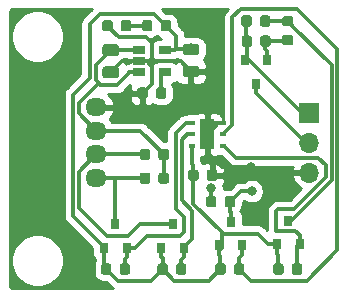
<source format=gtl>
G04 #@! TF.GenerationSoftware,KiCad,Pcbnew,(5.1.2)-1*
G04 #@! TF.CreationDate,2022-08-21T12:43:38+09:00*
G04 #@! TF.ProjectId,conv,636f6e76-2e6b-4696-9361-645f70636258,v1.1*
G04 #@! TF.SameCoordinates,Original*
G04 #@! TF.FileFunction,Copper,L1,Top*
G04 #@! TF.FilePolarity,Positive*
%FSLAX46Y46*%
G04 Gerber Fmt 4.6, Leading zero omitted, Abs format (unit mm)*
G04 Created by KiCad (PCBNEW (5.1.2)-1) date 2022-08-21 12:43:38*
%MOMM*%
%LPD*%
G04 APERTURE LIST*
%ADD10C,0.100000*%
%ADD11C,0.875000*%
%ADD12R,0.800000X0.900000*%
%ADD13R,1.300000X2.500000*%
%ADD14R,0.500000X0.450000*%
%ADD15R,1.060000X0.650000*%
%ADD16O,1.700000X1.700000*%
%ADD17R,1.700000X1.700000*%
%ADD18O,1.800000X1.524000*%
%ADD19C,0.975000*%
%ADD20C,0.800000*%
%ADD21C,0.300000*%
%ADD22C,0.254000*%
G04 APERTURE END LIST*
D10*
G36*
X125215691Y-112226053D02*
G01*
X125236926Y-112229203D01*
X125257750Y-112234419D01*
X125277962Y-112241651D01*
X125297368Y-112250830D01*
X125315781Y-112261866D01*
X125333024Y-112274654D01*
X125348930Y-112289070D01*
X125363346Y-112304976D01*
X125376134Y-112322219D01*
X125387170Y-112340632D01*
X125396349Y-112360038D01*
X125403581Y-112380250D01*
X125408797Y-112401074D01*
X125411947Y-112422309D01*
X125413000Y-112443750D01*
X125413000Y-112956250D01*
X125411947Y-112977691D01*
X125408797Y-112998926D01*
X125403581Y-113019750D01*
X125396349Y-113039962D01*
X125387170Y-113059368D01*
X125376134Y-113077781D01*
X125363346Y-113095024D01*
X125348930Y-113110930D01*
X125333024Y-113125346D01*
X125315781Y-113138134D01*
X125297368Y-113149170D01*
X125277962Y-113158349D01*
X125257750Y-113165581D01*
X125236926Y-113170797D01*
X125215691Y-113173947D01*
X125194250Y-113175000D01*
X124756750Y-113175000D01*
X124735309Y-113173947D01*
X124714074Y-113170797D01*
X124693250Y-113165581D01*
X124673038Y-113158349D01*
X124653632Y-113149170D01*
X124635219Y-113138134D01*
X124617976Y-113125346D01*
X124602070Y-113110930D01*
X124587654Y-113095024D01*
X124574866Y-113077781D01*
X124563830Y-113059368D01*
X124554651Y-113039962D01*
X124547419Y-113019750D01*
X124542203Y-112998926D01*
X124539053Y-112977691D01*
X124538000Y-112956250D01*
X124538000Y-112443750D01*
X124539053Y-112422309D01*
X124542203Y-112401074D01*
X124547419Y-112380250D01*
X124554651Y-112360038D01*
X124563830Y-112340632D01*
X124574866Y-112322219D01*
X124587654Y-112304976D01*
X124602070Y-112289070D01*
X124617976Y-112274654D01*
X124635219Y-112261866D01*
X124653632Y-112250830D01*
X124673038Y-112241651D01*
X124693250Y-112234419D01*
X124714074Y-112229203D01*
X124735309Y-112226053D01*
X124756750Y-112225000D01*
X125194250Y-112225000D01*
X125215691Y-112226053D01*
X125215691Y-112226053D01*
G37*
D11*
X124975500Y-112700000D03*
D10*
G36*
X123640691Y-112226053D02*
G01*
X123661926Y-112229203D01*
X123682750Y-112234419D01*
X123702962Y-112241651D01*
X123722368Y-112250830D01*
X123740781Y-112261866D01*
X123758024Y-112274654D01*
X123773930Y-112289070D01*
X123788346Y-112304976D01*
X123801134Y-112322219D01*
X123812170Y-112340632D01*
X123821349Y-112360038D01*
X123828581Y-112380250D01*
X123833797Y-112401074D01*
X123836947Y-112422309D01*
X123838000Y-112443750D01*
X123838000Y-112956250D01*
X123836947Y-112977691D01*
X123833797Y-112998926D01*
X123828581Y-113019750D01*
X123821349Y-113039962D01*
X123812170Y-113059368D01*
X123801134Y-113077781D01*
X123788346Y-113095024D01*
X123773930Y-113110930D01*
X123758024Y-113125346D01*
X123740781Y-113138134D01*
X123722368Y-113149170D01*
X123702962Y-113158349D01*
X123682750Y-113165581D01*
X123661926Y-113170797D01*
X123640691Y-113173947D01*
X123619250Y-113175000D01*
X123181750Y-113175000D01*
X123160309Y-113173947D01*
X123139074Y-113170797D01*
X123118250Y-113165581D01*
X123098038Y-113158349D01*
X123078632Y-113149170D01*
X123060219Y-113138134D01*
X123042976Y-113125346D01*
X123027070Y-113110930D01*
X123012654Y-113095024D01*
X122999866Y-113077781D01*
X122988830Y-113059368D01*
X122979651Y-113039962D01*
X122972419Y-113019750D01*
X122967203Y-112998926D01*
X122964053Y-112977691D01*
X122963000Y-112956250D01*
X122963000Y-112443750D01*
X122964053Y-112422309D01*
X122967203Y-112401074D01*
X122972419Y-112380250D01*
X122979651Y-112360038D01*
X122988830Y-112340632D01*
X122999866Y-112322219D01*
X123012654Y-112304976D01*
X123027070Y-112289070D01*
X123042976Y-112274654D01*
X123060219Y-112261866D01*
X123078632Y-112250830D01*
X123098038Y-112241651D01*
X123118250Y-112234419D01*
X123139074Y-112229203D01*
X123160309Y-112226053D01*
X123181750Y-112225000D01*
X123619250Y-112225000D01*
X123640691Y-112226053D01*
X123640691Y-112226053D01*
G37*
D11*
X123400500Y-112700000D03*
D10*
G36*
X122539691Y-92926053D02*
G01*
X122560926Y-92929203D01*
X122581750Y-92934419D01*
X122601962Y-92941651D01*
X122621368Y-92950830D01*
X122639781Y-92961866D01*
X122657024Y-92974654D01*
X122672930Y-92989070D01*
X122687346Y-93004976D01*
X122700134Y-93022219D01*
X122711170Y-93040632D01*
X122720349Y-93060038D01*
X122727581Y-93080250D01*
X122732797Y-93101074D01*
X122735947Y-93122309D01*
X122737000Y-93143750D01*
X122737000Y-93656250D01*
X122735947Y-93677691D01*
X122732797Y-93698926D01*
X122727581Y-93719750D01*
X122720349Y-93739962D01*
X122711170Y-93759368D01*
X122700134Y-93777781D01*
X122687346Y-93795024D01*
X122672930Y-93810930D01*
X122657024Y-93825346D01*
X122639781Y-93838134D01*
X122621368Y-93849170D01*
X122601962Y-93858349D01*
X122581750Y-93865581D01*
X122560926Y-93870797D01*
X122539691Y-93873947D01*
X122518250Y-93875000D01*
X122080750Y-93875000D01*
X122059309Y-93873947D01*
X122038074Y-93870797D01*
X122017250Y-93865581D01*
X121997038Y-93858349D01*
X121977632Y-93849170D01*
X121959219Y-93838134D01*
X121941976Y-93825346D01*
X121926070Y-93810930D01*
X121911654Y-93795024D01*
X121898866Y-93777781D01*
X121887830Y-93759368D01*
X121878651Y-93739962D01*
X121871419Y-93719750D01*
X121866203Y-93698926D01*
X121863053Y-93677691D01*
X121862000Y-93656250D01*
X121862000Y-93143750D01*
X121863053Y-93122309D01*
X121866203Y-93101074D01*
X121871419Y-93080250D01*
X121878651Y-93060038D01*
X121887830Y-93040632D01*
X121898866Y-93022219D01*
X121911654Y-93004976D01*
X121926070Y-92989070D01*
X121941976Y-92974654D01*
X121959219Y-92961866D01*
X121977632Y-92950830D01*
X121997038Y-92941651D01*
X122017250Y-92934419D01*
X122038074Y-92929203D01*
X122059309Y-92926053D01*
X122080750Y-92925000D01*
X122518250Y-92925000D01*
X122539691Y-92926053D01*
X122539691Y-92926053D01*
G37*
D11*
X122299500Y-93400000D03*
D10*
G36*
X120964691Y-92926053D02*
G01*
X120985926Y-92929203D01*
X121006750Y-92934419D01*
X121026962Y-92941651D01*
X121046368Y-92950830D01*
X121064781Y-92961866D01*
X121082024Y-92974654D01*
X121097930Y-92989070D01*
X121112346Y-93004976D01*
X121125134Y-93022219D01*
X121136170Y-93040632D01*
X121145349Y-93060038D01*
X121152581Y-93080250D01*
X121157797Y-93101074D01*
X121160947Y-93122309D01*
X121162000Y-93143750D01*
X121162000Y-93656250D01*
X121160947Y-93677691D01*
X121157797Y-93698926D01*
X121152581Y-93719750D01*
X121145349Y-93739962D01*
X121136170Y-93759368D01*
X121125134Y-93777781D01*
X121112346Y-93795024D01*
X121097930Y-93810930D01*
X121082024Y-93825346D01*
X121064781Y-93838134D01*
X121046368Y-93849170D01*
X121026962Y-93858349D01*
X121006750Y-93865581D01*
X120985926Y-93870797D01*
X120964691Y-93873947D01*
X120943250Y-93875000D01*
X120505750Y-93875000D01*
X120484309Y-93873947D01*
X120463074Y-93870797D01*
X120442250Y-93865581D01*
X120422038Y-93858349D01*
X120402632Y-93849170D01*
X120384219Y-93838134D01*
X120366976Y-93825346D01*
X120351070Y-93810930D01*
X120336654Y-93795024D01*
X120323866Y-93777781D01*
X120312830Y-93759368D01*
X120303651Y-93739962D01*
X120296419Y-93719750D01*
X120291203Y-93698926D01*
X120288053Y-93677691D01*
X120287000Y-93656250D01*
X120287000Y-93143750D01*
X120288053Y-93122309D01*
X120291203Y-93101074D01*
X120296419Y-93080250D01*
X120303651Y-93060038D01*
X120312830Y-93040632D01*
X120323866Y-93022219D01*
X120336654Y-93004976D01*
X120351070Y-92989070D01*
X120366976Y-92974654D01*
X120384219Y-92961866D01*
X120402632Y-92950830D01*
X120422038Y-92941651D01*
X120442250Y-92934419D01*
X120463074Y-92929203D01*
X120484309Y-92926053D01*
X120505750Y-92925000D01*
X120943250Y-92925000D01*
X120964691Y-92926053D01*
X120964691Y-92926053D01*
G37*
D11*
X120724500Y-93400000D03*
D10*
G36*
X124477691Y-91288553D02*
G01*
X124498926Y-91291703D01*
X124519750Y-91296919D01*
X124539962Y-91304151D01*
X124559368Y-91313330D01*
X124577781Y-91324366D01*
X124595024Y-91337154D01*
X124610930Y-91351570D01*
X124625346Y-91367476D01*
X124638134Y-91384719D01*
X124649170Y-91403132D01*
X124658349Y-91422538D01*
X124665581Y-91442750D01*
X124670797Y-91463574D01*
X124673947Y-91484809D01*
X124675000Y-91506250D01*
X124675000Y-91943750D01*
X124673947Y-91965191D01*
X124670797Y-91986426D01*
X124665581Y-92007250D01*
X124658349Y-92027462D01*
X124649170Y-92046868D01*
X124638134Y-92065281D01*
X124625346Y-92082524D01*
X124610930Y-92098430D01*
X124595024Y-92112846D01*
X124577781Y-92125634D01*
X124559368Y-92136670D01*
X124539962Y-92145849D01*
X124519750Y-92153081D01*
X124498926Y-92158297D01*
X124477691Y-92161447D01*
X124456250Y-92162500D01*
X123943750Y-92162500D01*
X123922309Y-92161447D01*
X123901074Y-92158297D01*
X123880250Y-92153081D01*
X123860038Y-92145849D01*
X123840632Y-92136670D01*
X123822219Y-92125634D01*
X123804976Y-92112846D01*
X123789070Y-92098430D01*
X123774654Y-92082524D01*
X123761866Y-92065281D01*
X123750830Y-92046868D01*
X123741651Y-92027462D01*
X123734419Y-92007250D01*
X123729203Y-91986426D01*
X123726053Y-91965191D01*
X123725000Y-91943750D01*
X123725000Y-91506250D01*
X123726053Y-91484809D01*
X123729203Y-91463574D01*
X123734419Y-91442750D01*
X123741651Y-91422538D01*
X123750830Y-91403132D01*
X123761866Y-91384719D01*
X123774654Y-91367476D01*
X123789070Y-91351570D01*
X123804976Y-91337154D01*
X123822219Y-91324366D01*
X123840632Y-91313330D01*
X123860038Y-91304151D01*
X123880250Y-91296919D01*
X123901074Y-91291703D01*
X123922309Y-91288553D01*
X123943750Y-91287500D01*
X124456250Y-91287500D01*
X124477691Y-91288553D01*
X124477691Y-91288553D01*
G37*
D11*
X124200000Y-91725000D03*
D10*
G36*
X124477691Y-92863553D02*
G01*
X124498926Y-92866703D01*
X124519750Y-92871919D01*
X124539962Y-92879151D01*
X124559368Y-92888330D01*
X124577781Y-92899366D01*
X124595024Y-92912154D01*
X124610930Y-92926570D01*
X124625346Y-92942476D01*
X124638134Y-92959719D01*
X124649170Y-92978132D01*
X124658349Y-92997538D01*
X124665581Y-93017750D01*
X124670797Y-93038574D01*
X124673947Y-93059809D01*
X124675000Y-93081250D01*
X124675000Y-93518750D01*
X124673947Y-93540191D01*
X124670797Y-93561426D01*
X124665581Y-93582250D01*
X124658349Y-93602462D01*
X124649170Y-93621868D01*
X124638134Y-93640281D01*
X124625346Y-93657524D01*
X124610930Y-93673430D01*
X124595024Y-93687846D01*
X124577781Y-93700634D01*
X124559368Y-93711670D01*
X124539962Y-93720849D01*
X124519750Y-93728081D01*
X124498926Y-93733297D01*
X124477691Y-93736447D01*
X124456250Y-93737500D01*
X123943750Y-93737500D01*
X123922309Y-93736447D01*
X123901074Y-93733297D01*
X123880250Y-93728081D01*
X123860038Y-93720849D01*
X123840632Y-93711670D01*
X123822219Y-93700634D01*
X123804976Y-93687846D01*
X123789070Y-93673430D01*
X123774654Y-93657524D01*
X123761866Y-93640281D01*
X123750830Y-93621868D01*
X123741651Y-93602462D01*
X123734419Y-93582250D01*
X123729203Y-93561426D01*
X123726053Y-93540191D01*
X123725000Y-93518750D01*
X123725000Y-93081250D01*
X123726053Y-93059809D01*
X123729203Y-93038574D01*
X123734419Y-93017750D01*
X123741651Y-92997538D01*
X123750830Y-92978132D01*
X123761866Y-92959719D01*
X123774654Y-92942476D01*
X123789070Y-92926570D01*
X123804976Y-92912154D01*
X123822219Y-92899366D01*
X123840632Y-92888330D01*
X123860038Y-92879151D01*
X123880250Y-92871919D01*
X123901074Y-92866703D01*
X123922309Y-92863553D01*
X123943750Y-92862500D01*
X124456250Y-92862500D01*
X124477691Y-92863553D01*
X124477691Y-92863553D01*
G37*
D11*
X124200000Y-93300000D03*
D10*
G36*
X122515691Y-91226053D02*
G01*
X122536926Y-91229203D01*
X122557750Y-91234419D01*
X122577962Y-91241651D01*
X122597368Y-91250830D01*
X122615781Y-91261866D01*
X122633024Y-91274654D01*
X122648930Y-91289070D01*
X122663346Y-91304976D01*
X122676134Y-91322219D01*
X122687170Y-91340632D01*
X122696349Y-91360038D01*
X122703581Y-91380250D01*
X122708797Y-91401074D01*
X122711947Y-91422309D01*
X122713000Y-91443750D01*
X122713000Y-91956250D01*
X122711947Y-91977691D01*
X122708797Y-91998926D01*
X122703581Y-92019750D01*
X122696349Y-92039962D01*
X122687170Y-92059368D01*
X122676134Y-92077781D01*
X122663346Y-92095024D01*
X122648930Y-92110930D01*
X122633024Y-92125346D01*
X122615781Y-92138134D01*
X122597368Y-92149170D01*
X122577962Y-92158349D01*
X122557750Y-92165581D01*
X122536926Y-92170797D01*
X122515691Y-92173947D01*
X122494250Y-92175000D01*
X122056750Y-92175000D01*
X122035309Y-92173947D01*
X122014074Y-92170797D01*
X121993250Y-92165581D01*
X121973038Y-92158349D01*
X121953632Y-92149170D01*
X121935219Y-92138134D01*
X121917976Y-92125346D01*
X121902070Y-92110930D01*
X121887654Y-92095024D01*
X121874866Y-92077781D01*
X121863830Y-92059368D01*
X121854651Y-92039962D01*
X121847419Y-92019750D01*
X121842203Y-91998926D01*
X121839053Y-91977691D01*
X121838000Y-91956250D01*
X121838000Y-91443750D01*
X121839053Y-91422309D01*
X121842203Y-91401074D01*
X121847419Y-91380250D01*
X121854651Y-91360038D01*
X121863830Y-91340632D01*
X121874866Y-91322219D01*
X121887654Y-91304976D01*
X121902070Y-91289070D01*
X121917976Y-91274654D01*
X121935219Y-91261866D01*
X121953632Y-91250830D01*
X121973038Y-91241651D01*
X121993250Y-91234419D01*
X122014074Y-91229203D01*
X122035309Y-91226053D01*
X122056750Y-91225000D01*
X122494250Y-91225000D01*
X122515691Y-91226053D01*
X122515691Y-91226053D01*
G37*
D11*
X122275500Y-91700000D03*
D10*
G36*
X120940691Y-91226053D02*
G01*
X120961926Y-91229203D01*
X120982750Y-91234419D01*
X121002962Y-91241651D01*
X121022368Y-91250830D01*
X121040781Y-91261866D01*
X121058024Y-91274654D01*
X121073930Y-91289070D01*
X121088346Y-91304976D01*
X121101134Y-91322219D01*
X121112170Y-91340632D01*
X121121349Y-91360038D01*
X121128581Y-91380250D01*
X121133797Y-91401074D01*
X121136947Y-91422309D01*
X121138000Y-91443750D01*
X121138000Y-91956250D01*
X121136947Y-91977691D01*
X121133797Y-91998926D01*
X121128581Y-92019750D01*
X121121349Y-92039962D01*
X121112170Y-92059368D01*
X121101134Y-92077781D01*
X121088346Y-92095024D01*
X121073930Y-92110930D01*
X121058024Y-92125346D01*
X121040781Y-92138134D01*
X121022368Y-92149170D01*
X121002962Y-92158349D01*
X120982750Y-92165581D01*
X120961926Y-92170797D01*
X120940691Y-92173947D01*
X120919250Y-92175000D01*
X120481750Y-92175000D01*
X120460309Y-92173947D01*
X120439074Y-92170797D01*
X120418250Y-92165581D01*
X120398038Y-92158349D01*
X120378632Y-92149170D01*
X120360219Y-92138134D01*
X120342976Y-92125346D01*
X120327070Y-92110930D01*
X120312654Y-92095024D01*
X120299866Y-92077781D01*
X120288830Y-92059368D01*
X120279651Y-92039962D01*
X120272419Y-92019750D01*
X120267203Y-91998926D01*
X120264053Y-91977691D01*
X120263000Y-91956250D01*
X120263000Y-91443750D01*
X120264053Y-91422309D01*
X120267203Y-91401074D01*
X120272419Y-91380250D01*
X120279651Y-91360038D01*
X120288830Y-91340632D01*
X120299866Y-91322219D01*
X120312654Y-91304976D01*
X120327070Y-91289070D01*
X120342976Y-91274654D01*
X120360219Y-91261866D01*
X120378632Y-91250830D01*
X120398038Y-91241651D01*
X120418250Y-91234419D01*
X120439074Y-91229203D01*
X120460309Y-91226053D01*
X120481750Y-91225000D01*
X120919250Y-91225000D01*
X120940691Y-91226053D01*
X120940691Y-91226053D01*
G37*
D11*
X120700500Y-91700000D03*
D10*
G36*
X119539691Y-106526053D02*
G01*
X119560926Y-106529203D01*
X119581750Y-106534419D01*
X119601962Y-106541651D01*
X119621368Y-106550830D01*
X119639781Y-106561866D01*
X119657024Y-106574654D01*
X119672930Y-106589070D01*
X119687346Y-106604976D01*
X119700134Y-106622219D01*
X119711170Y-106640632D01*
X119720349Y-106660038D01*
X119727581Y-106680250D01*
X119732797Y-106701074D01*
X119735947Y-106722309D01*
X119737000Y-106743750D01*
X119737000Y-107256250D01*
X119735947Y-107277691D01*
X119732797Y-107298926D01*
X119727581Y-107319750D01*
X119720349Y-107339962D01*
X119711170Y-107359368D01*
X119700134Y-107377781D01*
X119687346Y-107395024D01*
X119672930Y-107410930D01*
X119657024Y-107425346D01*
X119639781Y-107438134D01*
X119621368Y-107449170D01*
X119601962Y-107458349D01*
X119581750Y-107465581D01*
X119560926Y-107470797D01*
X119539691Y-107473947D01*
X119518250Y-107475000D01*
X119080750Y-107475000D01*
X119059309Y-107473947D01*
X119038074Y-107470797D01*
X119017250Y-107465581D01*
X118997038Y-107458349D01*
X118977632Y-107449170D01*
X118959219Y-107438134D01*
X118941976Y-107425346D01*
X118926070Y-107410930D01*
X118911654Y-107395024D01*
X118898866Y-107377781D01*
X118887830Y-107359368D01*
X118878651Y-107339962D01*
X118871419Y-107319750D01*
X118866203Y-107298926D01*
X118863053Y-107277691D01*
X118862000Y-107256250D01*
X118862000Y-106743750D01*
X118863053Y-106722309D01*
X118866203Y-106701074D01*
X118871419Y-106680250D01*
X118878651Y-106660038D01*
X118887830Y-106640632D01*
X118898866Y-106622219D01*
X118911654Y-106604976D01*
X118926070Y-106589070D01*
X118941976Y-106574654D01*
X118959219Y-106561866D01*
X118977632Y-106550830D01*
X118997038Y-106541651D01*
X119017250Y-106534419D01*
X119038074Y-106529203D01*
X119059309Y-106526053D01*
X119080750Y-106525000D01*
X119518250Y-106525000D01*
X119539691Y-106526053D01*
X119539691Y-106526053D01*
G37*
D11*
X119299500Y-107000000D03*
D10*
G36*
X117964691Y-106526053D02*
G01*
X117985926Y-106529203D01*
X118006750Y-106534419D01*
X118026962Y-106541651D01*
X118046368Y-106550830D01*
X118064781Y-106561866D01*
X118082024Y-106574654D01*
X118097930Y-106589070D01*
X118112346Y-106604976D01*
X118125134Y-106622219D01*
X118136170Y-106640632D01*
X118145349Y-106660038D01*
X118152581Y-106680250D01*
X118157797Y-106701074D01*
X118160947Y-106722309D01*
X118162000Y-106743750D01*
X118162000Y-107256250D01*
X118160947Y-107277691D01*
X118157797Y-107298926D01*
X118152581Y-107319750D01*
X118145349Y-107339962D01*
X118136170Y-107359368D01*
X118125134Y-107377781D01*
X118112346Y-107395024D01*
X118097930Y-107410930D01*
X118082024Y-107425346D01*
X118064781Y-107438134D01*
X118046368Y-107449170D01*
X118026962Y-107458349D01*
X118006750Y-107465581D01*
X117985926Y-107470797D01*
X117964691Y-107473947D01*
X117943250Y-107475000D01*
X117505750Y-107475000D01*
X117484309Y-107473947D01*
X117463074Y-107470797D01*
X117442250Y-107465581D01*
X117422038Y-107458349D01*
X117402632Y-107449170D01*
X117384219Y-107438134D01*
X117366976Y-107425346D01*
X117351070Y-107410930D01*
X117336654Y-107395024D01*
X117323866Y-107377781D01*
X117312830Y-107359368D01*
X117303651Y-107339962D01*
X117296419Y-107319750D01*
X117291203Y-107298926D01*
X117288053Y-107277691D01*
X117287000Y-107256250D01*
X117287000Y-106743750D01*
X117288053Y-106722309D01*
X117291203Y-106701074D01*
X117296419Y-106680250D01*
X117303651Y-106660038D01*
X117312830Y-106640632D01*
X117323866Y-106622219D01*
X117336654Y-106604976D01*
X117351070Y-106589070D01*
X117366976Y-106574654D01*
X117384219Y-106561866D01*
X117402632Y-106550830D01*
X117422038Y-106541651D01*
X117442250Y-106534419D01*
X117463074Y-106529203D01*
X117484309Y-106526053D01*
X117505750Y-106525000D01*
X117943250Y-106525000D01*
X117964691Y-106526053D01*
X117964691Y-106526053D01*
G37*
D11*
X117724500Y-107000000D03*
D10*
G36*
X110639691Y-112226053D02*
G01*
X110660926Y-112229203D01*
X110681750Y-112234419D01*
X110701962Y-112241651D01*
X110721368Y-112250830D01*
X110739781Y-112261866D01*
X110757024Y-112274654D01*
X110772930Y-112289070D01*
X110787346Y-112304976D01*
X110800134Y-112322219D01*
X110811170Y-112340632D01*
X110820349Y-112360038D01*
X110827581Y-112380250D01*
X110832797Y-112401074D01*
X110835947Y-112422309D01*
X110837000Y-112443750D01*
X110837000Y-112956250D01*
X110835947Y-112977691D01*
X110832797Y-112998926D01*
X110827581Y-113019750D01*
X110820349Y-113039962D01*
X110811170Y-113059368D01*
X110800134Y-113077781D01*
X110787346Y-113095024D01*
X110772930Y-113110930D01*
X110757024Y-113125346D01*
X110739781Y-113138134D01*
X110721368Y-113149170D01*
X110701962Y-113158349D01*
X110681750Y-113165581D01*
X110660926Y-113170797D01*
X110639691Y-113173947D01*
X110618250Y-113175000D01*
X110180750Y-113175000D01*
X110159309Y-113173947D01*
X110138074Y-113170797D01*
X110117250Y-113165581D01*
X110097038Y-113158349D01*
X110077632Y-113149170D01*
X110059219Y-113138134D01*
X110041976Y-113125346D01*
X110026070Y-113110930D01*
X110011654Y-113095024D01*
X109998866Y-113077781D01*
X109987830Y-113059368D01*
X109978651Y-113039962D01*
X109971419Y-113019750D01*
X109966203Y-112998926D01*
X109963053Y-112977691D01*
X109962000Y-112956250D01*
X109962000Y-112443750D01*
X109963053Y-112422309D01*
X109966203Y-112401074D01*
X109971419Y-112380250D01*
X109978651Y-112360038D01*
X109987830Y-112340632D01*
X109998866Y-112322219D01*
X110011654Y-112304976D01*
X110026070Y-112289070D01*
X110041976Y-112274654D01*
X110059219Y-112261866D01*
X110077632Y-112250830D01*
X110097038Y-112241651D01*
X110117250Y-112234419D01*
X110138074Y-112229203D01*
X110159309Y-112226053D01*
X110180750Y-112225000D01*
X110618250Y-112225000D01*
X110639691Y-112226053D01*
X110639691Y-112226053D01*
G37*
D11*
X110399500Y-112700000D03*
D10*
G36*
X109064691Y-112226053D02*
G01*
X109085926Y-112229203D01*
X109106750Y-112234419D01*
X109126962Y-112241651D01*
X109146368Y-112250830D01*
X109164781Y-112261866D01*
X109182024Y-112274654D01*
X109197930Y-112289070D01*
X109212346Y-112304976D01*
X109225134Y-112322219D01*
X109236170Y-112340632D01*
X109245349Y-112360038D01*
X109252581Y-112380250D01*
X109257797Y-112401074D01*
X109260947Y-112422309D01*
X109262000Y-112443750D01*
X109262000Y-112956250D01*
X109260947Y-112977691D01*
X109257797Y-112998926D01*
X109252581Y-113019750D01*
X109245349Y-113039962D01*
X109236170Y-113059368D01*
X109225134Y-113077781D01*
X109212346Y-113095024D01*
X109197930Y-113110930D01*
X109182024Y-113125346D01*
X109164781Y-113138134D01*
X109146368Y-113149170D01*
X109126962Y-113158349D01*
X109106750Y-113165581D01*
X109085926Y-113170797D01*
X109064691Y-113173947D01*
X109043250Y-113175000D01*
X108605750Y-113175000D01*
X108584309Y-113173947D01*
X108563074Y-113170797D01*
X108542250Y-113165581D01*
X108522038Y-113158349D01*
X108502632Y-113149170D01*
X108484219Y-113138134D01*
X108466976Y-113125346D01*
X108451070Y-113110930D01*
X108436654Y-113095024D01*
X108423866Y-113077781D01*
X108412830Y-113059368D01*
X108403651Y-113039962D01*
X108396419Y-113019750D01*
X108391203Y-112998926D01*
X108388053Y-112977691D01*
X108387000Y-112956250D01*
X108387000Y-112443750D01*
X108388053Y-112422309D01*
X108391203Y-112401074D01*
X108396419Y-112380250D01*
X108403651Y-112360038D01*
X108412830Y-112340632D01*
X108423866Y-112322219D01*
X108436654Y-112304976D01*
X108451070Y-112289070D01*
X108466976Y-112274654D01*
X108484219Y-112261866D01*
X108502632Y-112250830D01*
X108522038Y-112241651D01*
X108542250Y-112234419D01*
X108563074Y-112229203D01*
X108584309Y-112226053D01*
X108605750Y-112225000D01*
X109043250Y-112225000D01*
X109064691Y-112226053D01*
X109064691Y-112226053D01*
G37*
D11*
X108824500Y-112700000D03*
D10*
G36*
X115415691Y-112226053D02*
G01*
X115436926Y-112229203D01*
X115457750Y-112234419D01*
X115477962Y-112241651D01*
X115497368Y-112250830D01*
X115515781Y-112261866D01*
X115533024Y-112274654D01*
X115548930Y-112289070D01*
X115563346Y-112304976D01*
X115576134Y-112322219D01*
X115587170Y-112340632D01*
X115596349Y-112360038D01*
X115603581Y-112380250D01*
X115608797Y-112401074D01*
X115611947Y-112422309D01*
X115613000Y-112443750D01*
X115613000Y-112956250D01*
X115611947Y-112977691D01*
X115608797Y-112998926D01*
X115603581Y-113019750D01*
X115596349Y-113039962D01*
X115587170Y-113059368D01*
X115576134Y-113077781D01*
X115563346Y-113095024D01*
X115548930Y-113110930D01*
X115533024Y-113125346D01*
X115515781Y-113138134D01*
X115497368Y-113149170D01*
X115477962Y-113158349D01*
X115457750Y-113165581D01*
X115436926Y-113170797D01*
X115415691Y-113173947D01*
X115394250Y-113175000D01*
X114956750Y-113175000D01*
X114935309Y-113173947D01*
X114914074Y-113170797D01*
X114893250Y-113165581D01*
X114873038Y-113158349D01*
X114853632Y-113149170D01*
X114835219Y-113138134D01*
X114817976Y-113125346D01*
X114802070Y-113110930D01*
X114787654Y-113095024D01*
X114774866Y-113077781D01*
X114763830Y-113059368D01*
X114754651Y-113039962D01*
X114747419Y-113019750D01*
X114742203Y-112998926D01*
X114739053Y-112977691D01*
X114738000Y-112956250D01*
X114738000Y-112443750D01*
X114739053Y-112422309D01*
X114742203Y-112401074D01*
X114747419Y-112380250D01*
X114754651Y-112360038D01*
X114763830Y-112340632D01*
X114774866Y-112322219D01*
X114787654Y-112304976D01*
X114802070Y-112289070D01*
X114817976Y-112274654D01*
X114835219Y-112261866D01*
X114853632Y-112250830D01*
X114873038Y-112241651D01*
X114893250Y-112234419D01*
X114914074Y-112229203D01*
X114935309Y-112226053D01*
X114956750Y-112225000D01*
X115394250Y-112225000D01*
X115415691Y-112226053D01*
X115415691Y-112226053D01*
G37*
D11*
X115175500Y-112700000D03*
D10*
G36*
X113840691Y-112226053D02*
G01*
X113861926Y-112229203D01*
X113882750Y-112234419D01*
X113902962Y-112241651D01*
X113922368Y-112250830D01*
X113940781Y-112261866D01*
X113958024Y-112274654D01*
X113973930Y-112289070D01*
X113988346Y-112304976D01*
X114001134Y-112322219D01*
X114012170Y-112340632D01*
X114021349Y-112360038D01*
X114028581Y-112380250D01*
X114033797Y-112401074D01*
X114036947Y-112422309D01*
X114038000Y-112443750D01*
X114038000Y-112956250D01*
X114036947Y-112977691D01*
X114033797Y-112998926D01*
X114028581Y-113019750D01*
X114021349Y-113039962D01*
X114012170Y-113059368D01*
X114001134Y-113077781D01*
X113988346Y-113095024D01*
X113973930Y-113110930D01*
X113958024Y-113125346D01*
X113940781Y-113138134D01*
X113922368Y-113149170D01*
X113902962Y-113158349D01*
X113882750Y-113165581D01*
X113861926Y-113170797D01*
X113840691Y-113173947D01*
X113819250Y-113175000D01*
X113381750Y-113175000D01*
X113360309Y-113173947D01*
X113339074Y-113170797D01*
X113318250Y-113165581D01*
X113298038Y-113158349D01*
X113278632Y-113149170D01*
X113260219Y-113138134D01*
X113242976Y-113125346D01*
X113227070Y-113110930D01*
X113212654Y-113095024D01*
X113199866Y-113077781D01*
X113188830Y-113059368D01*
X113179651Y-113039962D01*
X113172419Y-113019750D01*
X113167203Y-112998926D01*
X113164053Y-112977691D01*
X113163000Y-112956250D01*
X113163000Y-112443750D01*
X113164053Y-112422309D01*
X113167203Y-112401074D01*
X113172419Y-112380250D01*
X113179651Y-112360038D01*
X113188830Y-112340632D01*
X113199866Y-112322219D01*
X113212654Y-112304976D01*
X113227070Y-112289070D01*
X113242976Y-112274654D01*
X113260219Y-112261866D01*
X113278632Y-112250830D01*
X113298038Y-112241651D01*
X113318250Y-112234419D01*
X113339074Y-112229203D01*
X113360309Y-112226053D01*
X113381750Y-112225000D01*
X113819250Y-112225000D01*
X113840691Y-112226053D01*
X113840691Y-112226053D01*
G37*
D11*
X113600500Y-112700000D03*
D12*
X121500000Y-97000000D03*
X120550000Y-95000000D03*
X122450000Y-95000000D03*
X124250000Y-108600000D03*
X125200000Y-110600000D03*
X123300000Y-110600000D03*
X119350000Y-108700000D03*
X120300000Y-110700000D03*
X118400000Y-110700000D03*
X114450000Y-108900000D03*
X115400000Y-110900000D03*
X113500000Y-110900000D03*
X109600000Y-108900000D03*
X110550000Y-110900000D03*
X108650000Y-110900000D03*
D13*
X117400000Y-101300000D03*
D14*
X116100000Y-102250000D03*
X116100000Y-101300000D03*
X116100000Y-100350000D03*
X118700000Y-100350000D03*
X118700000Y-101300000D03*
X118700000Y-102250000D03*
D15*
X113800000Y-94150000D03*
X113800000Y-96050000D03*
X111600000Y-96050000D03*
X111600000Y-95100000D03*
X111600000Y-94150000D03*
D10*
G36*
X109164691Y-91626053D02*
G01*
X109185926Y-91629203D01*
X109206750Y-91634419D01*
X109226962Y-91641651D01*
X109246368Y-91650830D01*
X109264781Y-91661866D01*
X109282024Y-91674654D01*
X109297930Y-91689070D01*
X109312346Y-91704976D01*
X109325134Y-91722219D01*
X109336170Y-91740632D01*
X109345349Y-91760038D01*
X109352581Y-91780250D01*
X109357797Y-91801074D01*
X109360947Y-91822309D01*
X109362000Y-91843750D01*
X109362000Y-92356250D01*
X109360947Y-92377691D01*
X109357797Y-92398926D01*
X109352581Y-92419750D01*
X109345349Y-92439962D01*
X109336170Y-92459368D01*
X109325134Y-92477781D01*
X109312346Y-92495024D01*
X109297930Y-92510930D01*
X109282024Y-92525346D01*
X109264781Y-92538134D01*
X109246368Y-92549170D01*
X109226962Y-92558349D01*
X109206750Y-92565581D01*
X109185926Y-92570797D01*
X109164691Y-92573947D01*
X109143250Y-92575000D01*
X108705750Y-92575000D01*
X108684309Y-92573947D01*
X108663074Y-92570797D01*
X108642250Y-92565581D01*
X108622038Y-92558349D01*
X108602632Y-92549170D01*
X108584219Y-92538134D01*
X108566976Y-92525346D01*
X108551070Y-92510930D01*
X108536654Y-92495024D01*
X108523866Y-92477781D01*
X108512830Y-92459368D01*
X108503651Y-92439962D01*
X108496419Y-92419750D01*
X108491203Y-92398926D01*
X108488053Y-92377691D01*
X108487000Y-92356250D01*
X108487000Y-91843750D01*
X108488053Y-91822309D01*
X108491203Y-91801074D01*
X108496419Y-91780250D01*
X108503651Y-91760038D01*
X108512830Y-91740632D01*
X108523866Y-91722219D01*
X108536654Y-91704976D01*
X108551070Y-91689070D01*
X108566976Y-91674654D01*
X108584219Y-91661866D01*
X108602632Y-91650830D01*
X108622038Y-91641651D01*
X108642250Y-91634419D01*
X108663074Y-91629203D01*
X108684309Y-91626053D01*
X108705750Y-91625000D01*
X109143250Y-91625000D01*
X109164691Y-91626053D01*
X109164691Y-91626053D01*
G37*
D11*
X108924500Y-92100000D03*
D10*
G36*
X110739691Y-91626053D02*
G01*
X110760926Y-91629203D01*
X110781750Y-91634419D01*
X110801962Y-91641651D01*
X110821368Y-91650830D01*
X110839781Y-91661866D01*
X110857024Y-91674654D01*
X110872930Y-91689070D01*
X110887346Y-91704976D01*
X110900134Y-91722219D01*
X110911170Y-91740632D01*
X110920349Y-91760038D01*
X110927581Y-91780250D01*
X110932797Y-91801074D01*
X110935947Y-91822309D01*
X110937000Y-91843750D01*
X110937000Y-92356250D01*
X110935947Y-92377691D01*
X110932797Y-92398926D01*
X110927581Y-92419750D01*
X110920349Y-92439962D01*
X110911170Y-92459368D01*
X110900134Y-92477781D01*
X110887346Y-92495024D01*
X110872930Y-92510930D01*
X110857024Y-92525346D01*
X110839781Y-92538134D01*
X110821368Y-92549170D01*
X110801962Y-92558349D01*
X110781750Y-92565581D01*
X110760926Y-92570797D01*
X110739691Y-92573947D01*
X110718250Y-92575000D01*
X110280750Y-92575000D01*
X110259309Y-92573947D01*
X110238074Y-92570797D01*
X110217250Y-92565581D01*
X110197038Y-92558349D01*
X110177632Y-92549170D01*
X110159219Y-92538134D01*
X110141976Y-92525346D01*
X110126070Y-92510930D01*
X110111654Y-92495024D01*
X110098866Y-92477781D01*
X110087830Y-92459368D01*
X110078651Y-92439962D01*
X110071419Y-92419750D01*
X110066203Y-92398926D01*
X110063053Y-92377691D01*
X110062000Y-92356250D01*
X110062000Y-91843750D01*
X110063053Y-91822309D01*
X110066203Y-91801074D01*
X110071419Y-91780250D01*
X110078651Y-91760038D01*
X110087830Y-91740632D01*
X110098866Y-91722219D01*
X110111654Y-91704976D01*
X110126070Y-91689070D01*
X110141976Y-91674654D01*
X110159219Y-91661866D01*
X110177632Y-91650830D01*
X110197038Y-91641651D01*
X110217250Y-91634419D01*
X110238074Y-91629203D01*
X110259309Y-91626053D01*
X110280750Y-91625000D01*
X110718250Y-91625000D01*
X110739691Y-91626053D01*
X110739691Y-91626053D01*
G37*
D11*
X110499500Y-92100000D03*
D10*
G36*
X120315691Y-112226053D02*
G01*
X120336926Y-112229203D01*
X120357750Y-112234419D01*
X120377962Y-112241651D01*
X120397368Y-112250830D01*
X120415781Y-112261866D01*
X120433024Y-112274654D01*
X120448930Y-112289070D01*
X120463346Y-112304976D01*
X120476134Y-112322219D01*
X120487170Y-112340632D01*
X120496349Y-112360038D01*
X120503581Y-112380250D01*
X120508797Y-112401074D01*
X120511947Y-112422309D01*
X120513000Y-112443750D01*
X120513000Y-112956250D01*
X120511947Y-112977691D01*
X120508797Y-112998926D01*
X120503581Y-113019750D01*
X120496349Y-113039962D01*
X120487170Y-113059368D01*
X120476134Y-113077781D01*
X120463346Y-113095024D01*
X120448930Y-113110930D01*
X120433024Y-113125346D01*
X120415781Y-113138134D01*
X120397368Y-113149170D01*
X120377962Y-113158349D01*
X120357750Y-113165581D01*
X120336926Y-113170797D01*
X120315691Y-113173947D01*
X120294250Y-113175000D01*
X119856750Y-113175000D01*
X119835309Y-113173947D01*
X119814074Y-113170797D01*
X119793250Y-113165581D01*
X119773038Y-113158349D01*
X119753632Y-113149170D01*
X119735219Y-113138134D01*
X119717976Y-113125346D01*
X119702070Y-113110930D01*
X119687654Y-113095024D01*
X119674866Y-113077781D01*
X119663830Y-113059368D01*
X119654651Y-113039962D01*
X119647419Y-113019750D01*
X119642203Y-112998926D01*
X119639053Y-112977691D01*
X119638000Y-112956250D01*
X119638000Y-112443750D01*
X119639053Y-112422309D01*
X119642203Y-112401074D01*
X119647419Y-112380250D01*
X119654651Y-112360038D01*
X119663830Y-112340632D01*
X119674866Y-112322219D01*
X119687654Y-112304976D01*
X119702070Y-112289070D01*
X119717976Y-112274654D01*
X119735219Y-112261866D01*
X119753632Y-112250830D01*
X119773038Y-112241651D01*
X119793250Y-112234419D01*
X119814074Y-112229203D01*
X119835309Y-112226053D01*
X119856750Y-112225000D01*
X120294250Y-112225000D01*
X120315691Y-112226053D01*
X120315691Y-112226053D01*
G37*
D11*
X120075500Y-112700000D03*
D10*
G36*
X118740691Y-112226053D02*
G01*
X118761926Y-112229203D01*
X118782750Y-112234419D01*
X118802962Y-112241651D01*
X118822368Y-112250830D01*
X118840781Y-112261866D01*
X118858024Y-112274654D01*
X118873930Y-112289070D01*
X118888346Y-112304976D01*
X118901134Y-112322219D01*
X118912170Y-112340632D01*
X118921349Y-112360038D01*
X118928581Y-112380250D01*
X118933797Y-112401074D01*
X118936947Y-112422309D01*
X118938000Y-112443750D01*
X118938000Y-112956250D01*
X118936947Y-112977691D01*
X118933797Y-112998926D01*
X118928581Y-113019750D01*
X118921349Y-113039962D01*
X118912170Y-113059368D01*
X118901134Y-113077781D01*
X118888346Y-113095024D01*
X118873930Y-113110930D01*
X118858024Y-113125346D01*
X118840781Y-113138134D01*
X118822368Y-113149170D01*
X118802962Y-113158349D01*
X118782750Y-113165581D01*
X118761926Y-113170797D01*
X118740691Y-113173947D01*
X118719250Y-113175000D01*
X118281750Y-113175000D01*
X118260309Y-113173947D01*
X118239074Y-113170797D01*
X118218250Y-113165581D01*
X118198038Y-113158349D01*
X118178632Y-113149170D01*
X118160219Y-113138134D01*
X118142976Y-113125346D01*
X118127070Y-113110930D01*
X118112654Y-113095024D01*
X118099866Y-113077781D01*
X118088830Y-113059368D01*
X118079651Y-113039962D01*
X118072419Y-113019750D01*
X118067203Y-112998926D01*
X118064053Y-112977691D01*
X118063000Y-112956250D01*
X118063000Y-112443750D01*
X118064053Y-112422309D01*
X118067203Y-112401074D01*
X118072419Y-112380250D01*
X118079651Y-112360038D01*
X118088830Y-112340632D01*
X118099866Y-112322219D01*
X118112654Y-112304976D01*
X118127070Y-112289070D01*
X118142976Y-112274654D01*
X118160219Y-112261866D01*
X118178632Y-112250830D01*
X118198038Y-112241651D01*
X118218250Y-112234419D01*
X118239074Y-112229203D01*
X118260309Y-112226053D01*
X118281750Y-112225000D01*
X118719250Y-112225000D01*
X118740691Y-112226053D01*
X118740691Y-112226053D01*
G37*
D11*
X118500500Y-112700000D03*
D10*
G36*
X112352691Y-104526053D02*
G01*
X112373926Y-104529203D01*
X112394750Y-104534419D01*
X112414962Y-104541651D01*
X112434368Y-104550830D01*
X112452781Y-104561866D01*
X112470024Y-104574654D01*
X112485930Y-104589070D01*
X112500346Y-104604976D01*
X112513134Y-104622219D01*
X112524170Y-104640632D01*
X112533349Y-104660038D01*
X112540581Y-104680250D01*
X112545797Y-104701074D01*
X112548947Y-104722309D01*
X112550000Y-104743750D01*
X112550000Y-105256250D01*
X112548947Y-105277691D01*
X112545797Y-105298926D01*
X112540581Y-105319750D01*
X112533349Y-105339962D01*
X112524170Y-105359368D01*
X112513134Y-105377781D01*
X112500346Y-105395024D01*
X112485930Y-105410930D01*
X112470024Y-105425346D01*
X112452781Y-105438134D01*
X112434368Y-105449170D01*
X112414962Y-105458349D01*
X112394750Y-105465581D01*
X112373926Y-105470797D01*
X112352691Y-105473947D01*
X112331250Y-105475000D01*
X111893750Y-105475000D01*
X111872309Y-105473947D01*
X111851074Y-105470797D01*
X111830250Y-105465581D01*
X111810038Y-105458349D01*
X111790632Y-105449170D01*
X111772219Y-105438134D01*
X111754976Y-105425346D01*
X111739070Y-105410930D01*
X111724654Y-105395024D01*
X111711866Y-105377781D01*
X111700830Y-105359368D01*
X111691651Y-105339962D01*
X111684419Y-105319750D01*
X111679203Y-105298926D01*
X111676053Y-105277691D01*
X111675000Y-105256250D01*
X111675000Y-104743750D01*
X111676053Y-104722309D01*
X111679203Y-104701074D01*
X111684419Y-104680250D01*
X111691651Y-104660038D01*
X111700830Y-104640632D01*
X111711866Y-104622219D01*
X111724654Y-104604976D01*
X111739070Y-104589070D01*
X111754976Y-104574654D01*
X111772219Y-104561866D01*
X111790632Y-104550830D01*
X111810038Y-104541651D01*
X111830250Y-104534419D01*
X111851074Y-104529203D01*
X111872309Y-104526053D01*
X111893750Y-104525000D01*
X112331250Y-104525000D01*
X112352691Y-104526053D01*
X112352691Y-104526053D01*
G37*
D11*
X112112500Y-105000000D03*
D10*
G36*
X113927691Y-104526053D02*
G01*
X113948926Y-104529203D01*
X113969750Y-104534419D01*
X113989962Y-104541651D01*
X114009368Y-104550830D01*
X114027781Y-104561866D01*
X114045024Y-104574654D01*
X114060930Y-104589070D01*
X114075346Y-104604976D01*
X114088134Y-104622219D01*
X114099170Y-104640632D01*
X114108349Y-104660038D01*
X114115581Y-104680250D01*
X114120797Y-104701074D01*
X114123947Y-104722309D01*
X114125000Y-104743750D01*
X114125000Y-105256250D01*
X114123947Y-105277691D01*
X114120797Y-105298926D01*
X114115581Y-105319750D01*
X114108349Y-105339962D01*
X114099170Y-105359368D01*
X114088134Y-105377781D01*
X114075346Y-105395024D01*
X114060930Y-105410930D01*
X114045024Y-105425346D01*
X114027781Y-105438134D01*
X114009368Y-105449170D01*
X113989962Y-105458349D01*
X113969750Y-105465581D01*
X113948926Y-105470797D01*
X113927691Y-105473947D01*
X113906250Y-105475000D01*
X113468750Y-105475000D01*
X113447309Y-105473947D01*
X113426074Y-105470797D01*
X113405250Y-105465581D01*
X113385038Y-105458349D01*
X113365632Y-105449170D01*
X113347219Y-105438134D01*
X113329976Y-105425346D01*
X113314070Y-105410930D01*
X113299654Y-105395024D01*
X113286866Y-105377781D01*
X113275830Y-105359368D01*
X113266651Y-105339962D01*
X113259419Y-105319750D01*
X113254203Y-105298926D01*
X113251053Y-105277691D01*
X113250000Y-105256250D01*
X113250000Y-104743750D01*
X113251053Y-104722309D01*
X113254203Y-104701074D01*
X113259419Y-104680250D01*
X113266651Y-104660038D01*
X113275830Y-104640632D01*
X113286866Y-104622219D01*
X113299654Y-104604976D01*
X113314070Y-104589070D01*
X113329976Y-104574654D01*
X113347219Y-104561866D01*
X113365632Y-104550830D01*
X113385038Y-104541651D01*
X113405250Y-104534419D01*
X113426074Y-104529203D01*
X113447309Y-104526053D01*
X113468750Y-104525000D01*
X113906250Y-104525000D01*
X113927691Y-104526053D01*
X113927691Y-104526053D01*
G37*
D11*
X113687500Y-105000000D03*
D10*
G36*
X112352691Y-102526053D02*
G01*
X112373926Y-102529203D01*
X112394750Y-102534419D01*
X112414962Y-102541651D01*
X112434368Y-102550830D01*
X112452781Y-102561866D01*
X112470024Y-102574654D01*
X112485930Y-102589070D01*
X112500346Y-102604976D01*
X112513134Y-102622219D01*
X112524170Y-102640632D01*
X112533349Y-102660038D01*
X112540581Y-102680250D01*
X112545797Y-102701074D01*
X112548947Y-102722309D01*
X112550000Y-102743750D01*
X112550000Y-103256250D01*
X112548947Y-103277691D01*
X112545797Y-103298926D01*
X112540581Y-103319750D01*
X112533349Y-103339962D01*
X112524170Y-103359368D01*
X112513134Y-103377781D01*
X112500346Y-103395024D01*
X112485930Y-103410930D01*
X112470024Y-103425346D01*
X112452781Y-103438134D01*
X112434368Y-103449170D01*
X112414962Y-103458349D01*
X112394750Y-103465581D01*
X112373926Y-103470797D01*
X112352691Y-103473947D01*
X112331250Y-103475000D01*
X111893750Y-103475000D01*
X111872309Y-103473947D01*
X111851074Y-103470797D01*
X111830250Y-103465581D01*
X111810038Y-103458349D01*
X111790632Y-103449170D01*
X111772219Y-103438134D01*
X111754976Y-103425346D01*
X111739070Y-103410930D01*
X111724654Y-103395024D01*
X111711866Y-103377781D01*
X111700830Y-103359368D01*
X111691651Y-103339962D01*
X111684419Y-103319750D01*
X111679203Y-103298926D01*
X111676053Y-103277691D01*
X111675000Y-103256250D01*
X111675000Y-102743750D01*
X111676053Y-102722309D01*
X111679203Y-102701074D01*
X111684419Y-102680250D01*
X111691651Y-102660038D01*
X111700830Y-102640632D01*
X111711866Y-102622219D01*
X111724654Y-102604976D01*
X111739070Y-102589070D01*
X111754976Y-102574654D01*
X111772219Y-102561866D01*
X111790632Y-102550830D01*
X111810038Y-102541651D01*
X111830250Y-102534419D01*
X111851074Y-102529203D01*
X111872309Y-102526053D01*
X111893750Y-102525000D01*
X112331250Y-102525000D01*
X112352691Y-102526053D01*
X112352691Y-102526053D01*
G37*
D11*
X112112500Y-103000000D03*
D10*
G36*
X113927691Y-102526053D02*
G01*
X113948926Y-102529203D01*
X113969750Y-102534419D01*
X113989962Y-102541651D01*
X114009368Y-102550830D01*
X114027781Y-102561866D01*
X114045024Y-102574654D01*
X114060930Y-102589070D01*
X114075346Y-102604976D01*
X114088134Y-102622219D01*
X114099170Y-102640632D01*
X114108349Y-102660038D01*
X114115581Y-102680250D01*
X114120797Y-102701074D01*
X114123947Y-102722309D01*
X114125000Y-102743750D01*
X114125000Y-103256250D01*
X114123947Y-103277691D01*
X114120797Y-103298926D01*
X114115581Y-103319750D01*
X114108349Y-103339962D01*
X114099170Y-103359368D01*
X114088134Y-103377781D01*
X114075346Y-103395024D01*
X114060930Y-103410930D01*
X114045024Y-103425346D01*
X114027781Y-103438134D01*
X114009368Y-103449170D01*
X113989962Y-103458349D01*
X113969750Y-103465581D01*
X113948926Y-103470797D01*
X113927691Y-103473947D01*
X113906250Y-103475000D01*
X113468750Y-103475000D01*
X113447309Y-103473947D01*
X113426074Y-103470797D01*
X113405250Y-103465581D01*
X113385038Y-103458349D01*
X113365632Y-103449170D01*
X113347219Y-103438134D01*
X113329976Y-103425346D01*
X113314070Y-103410930D01*
X113299654Y-103395024D01*
X113286866Y-103377781D01*
X113275830Y-103359368D01*
X113266651Y-103339962D01*
X113259419Y-103319750D01*
X113254203Y-103298926D01*
X113251053Y-103277691D01*
X113250000Y-103256250D01*
X113250000Y-102743750D01*
X113251053Y-102722309D01*
X113254203Y-102701074D01*
X113259419Y-102680250D01*
X113266651Y-102660038D01*
X113275830Y-102640632D01*
X113286866Y-102622219D01*
X113299654Y-102604976D01*
X113314070Y-102589070D01*
X113329976Y-102574654D01*
X113347219Y-102561866D01*
X113365632Y-102550830D01*
X113385038Y-102541651D01*
X113405250Y-102534419D01*
X113426074Y-102529203D01*
X113447309Y-102526053D01*
X113468750Y-102525000D01*
X113906250Y-102525000D01*
X113927691Y-102526053D01*
X113927691Y-102526053D01*
G37*
D11*
X113687500Y-103000000D03*
D16*
X126000000Y-104540000D03*
X126000000Y-102000000D03*
D17*
X126000000Y-99460000D03*
D18*
X108000000Y-99000000D03*
X108000000Y-101000000D03*
X108000000Y-103000000D03*
X108000000Y-105000000D03*
D10*
G36*
X114115691Y-91626053D02*
G01*
X114136926Y-91629203D01*
X114157750Y-91634419D01*
X114177962Y-91641651D01*
X114197368Y-91650830D01*
X114215781Y-91661866D01*
X114233024Y-91674654D01*
X114248930Y-91689070D01*
X114263346Y-91704976D01*
X114276134Y-91722219D01*
X114287170Y-91740632D01*
X114296349Y-91760038D01*
X114303581Y-91780250D01*
X114308797Y-91801074D01*
X114311947Y-91822309D01*
X114313000Y-91843750D01*
X114313000Y-92356250D01*
X114311947Y-92377691D01*
X114308797Y-92398926D01*
X114303581Y-92419750D01*
X114296349Y-92439962D01*
X114287170Y-92459368D01*
X114276134Y-92477781D01*
X114263346Y-92495024D01*
X114248930Y-92510930D01*
X114233024Y-92525346D01*
X114215781Y-92538134D01*
X114197368Y-92549170D01*
X114177962Y-92558349D01*
X114157750Y-92565581D01*
X114136926Y-92570797D01*
X114115691Y-92573947D01*
X114094250Y-92575000D01*
X113656750Y-92575000D01*
X113635309Y-92573947D01*
X113614074Y-92570797D01*
X113593250Y-92565581D01*
X113573038Y-92558349D01*
X113553632Y-92549170D01*
X113535219Y-92538134D01*
X113517976Y-92525346D01*
X113502070Y-92510930D01*
X113487654Y-92495024D01*
X113474866Y-92477781D01*
X113463830Y-92459368D01*
X113454651Y-92439962D01*
X113447419Y-92419750D01*
X113442203Y-92398926D01*
X113439053Y-92377691D01*
X113438000Y-92356250D01*
X113438000Y-91843750D01*
X113439053Y-91822309D01*
X113442203Y-91801074D01*
X113447419Y-91780250D01*
X113454651Y-91760038D01*
X113463830Y-91740632D01*
X113474866Y-91722219D01*
X113487654Y-91704976D01*
X113502070Y-91689070D01*
X113517976Y-91674654D01*
X113535219Y-91661866D01*
X113553632Y-91650830D01*
X113573038Y-91641651D01*
X113593250Y-91634419D01*
X113614074Y-91629203D01*
X113635309Y-91626053D01*
X113656750Y-91625000D01*
X114094250Y-91625000D01*
X114115691Y-91626053D01*
X114115691Y-91626053D01*
G37*
D11*
X113875500Y-92100000D03*
D10*
G36*
X112540691Y-91626053D02*
G01*
X112561926Y-91629203D01*
X112582750Y-91634419D01*
X112602962Y-91641651D01*
X112622368Y-91650830D01*
X112640781Y-91661866D01*
X112658024Y-91674654D01*
X112673930Y-91689070D01*
X112688346Y-91704976D01*
X112701134Y-91722219D01*
X112712170Y-91740632D01*
X112721349Y-91760038D01*
X112728581Y-91780250D01*
X112733797Y-91801074D01*
X112736947Y-91822309D01*
X112738000Y-91843750D01*
X112738000Y-92356250D01*
X112736947Y-92377691D01*
X112733797Y-92398926D01*
X112728581Y-92419750D01*
X112721349Y-92439962D01*
X112712170Y-92459368D01*
X112701134Y-92477781D01*
X112688346Y-92495024D01*
X112673930Y-92510930D01*
X112658024Y-92525346D01*
X112640781Y-92538134D01*
X112622368Y-92549170D01*
X112602962Y-92558349D01*
X112582750Y-92565581D01*
X112561926Y-92570797D01*
X112540691Y-92573947D01*
X112519250Y-92575000D01*
X112081750Y-92575000D01*
X112060309Y-92573947D01*
X112039074Y-92570797D01*
X112018250Y-92565581D01*
X111998038Y-92558349D01*
X111978632Y-92549170D01*
X111960219Y-92538134D01*
X111942976Y-92525346D01*
X111927070Y-92510930D01*
X111912654Y-92495024D01*
X111899866Y-92477781D01*
X111888830Y-92459368D01*
X111879651Y-92439962D01*
X111872419Y-92419750D01*
X111867203Y-92398926D01*
X111864053Y-92377691D01*
X111863000Y-92356250D01*
X111863000Y-91843750D01*
X111864053Y-91822309D01*
X111867203Y-91801074D01*
X111872419Y-91780250D01*
X111879651Y-91760038D01*
X111888830Y-91740632D01*
X111899866Y-91722219D01*
X111912654Y-91704976D01*
X111927070Y-91689070D01*
X111942976Y-91674654D01*
X111960219Y-91661866D01*
X111978632Y-91650830D01*
X111998038Y-91641651D01*
X112018250Y-91634419D01*
X112039074Y-91629203D01*
X112060309Y-91626053D01*
X112081750Y-91625000D01*
X112519250Y-91625000D01*
X112540691Y-91626053D01*
X112540691Y-91626053D01*
G37*
D11*
X112300500Y-92100000D03*
D10*
G36*
X118025191Y-104276053D02*
G01*
X118046426Y-104279203D01*
X118067250Y-104284419D01*
X118087462Y-104291651D01*
X118106868Y-104300830D01*
X118125281Y-104311866D01*
X118142524Y-104324654D01*
X118158430Y-104339070D01*
X118172846Y-104354976D01*
X118185634Y-104372219D01*
X118196670Y-104390632D01*
X118205849Y-104410038D01*
X118213081Y-104430250D01*
X118218297Y-104451074D01*
X118221447Y-104472309D01*
X118222500Y-104493750D01*
X118222500Y-105006250D01*
X118221447Y-105027691D01*
X118218297Y-105048926D01*
X118213081Y-105069750D01*
X118205849Y-105089962D01*
X118196670Y-105109368D01*
X118185634Y-105127781D01*
X118172846Y-105145024D01*
X118158430Y-105160930D01*
X118142524Y-105175346D01*
X118125281Y-105188134D01*
X118106868Y-105199170D01*
X118087462Y-105208349D01*
X118067250Y-105215581D01*
X118046426Y-105220797D01*
X118025191Y-105223947D01*
X118003750Y-105225000D01*
X117566250Y-105225000D01*
X117544809Y-105223947D01*
X117523574Y-105220797D01*
X117502750Y-105215581D01*
X117482538Y-105208349D01*
X117463132Y-105199170D01*
X117444719Y-105188134D01*
X117427476Y-105175346D01*
X117411570Y-105160930D01*
X117397154Y-105145024D01*
X117384366Y-105127781D01*
X117373330Y-105109368D01*
X117364151Y-105089962D01*
X117356919Y-105069750D01*
X117351703Y-105048926D01*
X117348553Y-105027691D01*
X117347500Y-105006250D01*
X117347500Y-104493750D01*
X117348553Y-104472309D01*
X117351703Y-104451074D01*
X117356919Y-104430250D01*
X117364151Y-104410038D01*
X117373330Y-104390632D01*
X117384366Y-104372219D01*
X117397154Y-104354976D01*
X117411570Y-104339070D01*
X117427476Y-104324654D01*
X117444719Y-104311866D01*
X117463132Y-104300830D01*
X117482538Y-104291651D01*
X117502750Y-104284419D01*
X117523574Y-104279203D01*
X117544809Y-104276053D01*
X117566250Y-104275000D01*
X118003750Y-104275000D01*
X118025191Y-104276053D01*
X118025191Y-104276053D01*
G37*
D11*
X117785000Y-104750000D03*
D10*
G36*
X116450191Y-104276053D02*
G01*
X116471426Y-104279203D01*
X116492250Y-104284419D01*
X116512462Y-104291651D01*
X116531868Y-104300830D01*
X116550281Y-104311866D01*
X116567524Y-104324654D01*
X116583430Y-104339070D01*
X116597846Y-104354976D01*
X116610634Y-104372219D01*
X116621670Y-104390632D01*
X116630849Y-104410038D01*
X116638081Y-104430250D01*
X116643297Y-104451074D01*
X116646447Y-104472309D01*
X116647500Y-104493750D01*
X116647500Y-105006250D01*
X116646447Y-105027691D01*
X116643297Y-105048926D01*
X116638081Y-105069750D01*
X116630849Y-105089962D01*
X116621670Y-105109368D01*
X116610634Y-105127781D01*
X116597846Y-105145024D01*
X116583430Y-105160930D01*
X116567524Y-105175346D01*
X116550281Y-105188134D01*
X116531868Y-105199170D01*
X116512462Y-105208349D01*
X116492250Y-105215581D01*
X116471426Y-105220797D01*
X116450191Y-105223947D01*
X116428750Y-105225000D01*
X115991250Y-105225000D01*
X115969809Y-105223947D01*
X115948574Y-105220797D01*
X115927750Y-105215581D01*
X115907538Y-105208349D01*
X115888132Y-105199170D01*
X115869719Y-105188134D01*
X115852476Y-105175346D01*
X115836570Y-105160930D01*
X115822154Y-105145024D01*
X115809366Y-105127781D01*
X115798330Y-105109368D01*
X115789151Y-105089962D01*
X115781919Y-105069750D01*
X115776703Y-105048926D01*
X115773553Y-105027691D01*
X115772500Y-105006250D01*
X115772500Y-104493750D01*
X115773553Y-104472309D01*
X115776703Y-104451074D01*
X115781919Y-104430250D01*
X115789151Y-104410038D01*
X115798330Y-104390632D01*
X115809366Y-104372219D01*
X115822154Y-104354976D01*
X115836570Y-104339070D01*
X115852476Y-104324654D01*
X115869719Y-104311866D01*
X115888132Y-104300830D01*
X115907538Y-104291651D01*
X115927750Y-104284419D01*
X115948574Y-104279203D01*
X115969809Y-104276053D01*
X115991250Y-104275000D01*
X116428750Y-104275000D01*
X116450191Y-104276053D01*
X116450191Y-104276053D01*
G37*
D11*
X116210000Y-104750000D03*
D10*
G36*
X116480142Y-95488674D02*
G01*
X116503803Y-95492184D01*
X116527007Y-95497996D01*
X116549529Y-95506054D01*
X116571153Y-95516282D01*
X116591670Y-95528579D01*
X116610883Y-95542829D01*
X116628607Y-95558893D01*
X116644671Y-95576617D01*
X116658921Y-95595830D01*
X116671218Y-95616347D01*
X116681446Y-95637971D01*
X116689504Y-95660493D01*
X116695316Y-95683697D01*
X116698826Y-95707358D01*
X116700000Y-95731250D01*
X116700000Y-96218750D01*
X116698826Y-96242642D01*
X116695316Y-96266303D01*
X116689504Y-96289507D01*
X116681446Y-96312029D01*
X116671218Y-96333653D01*
X116658921Y-96354170D01*
X116644671Y-96373383D01*
X116628607Y-96391107D01*
X116610883Y-96407171D01*
X116591670Y-96421421D01*
X116571153Y-96433718D01*
X116549529Y-96443946D01*
X116527007Y-96452004D01*
X116503803Y-96457816D01*
X116480142Y-96461326D01*
X116456250Y-96462500D01*
X115543750Y-96462500D01*
X115519858Y-96461326D01*
X115496197Y-96457816D01*
X115472993Y-96452004D01*
X115450471Y-96443946D01*
X115428847Y-96433718D01*
X115408330Y-96421421D01*
X115389117Y-96407171D01*
X115371393Y-96391107D01*
X115355329Y-96373383D01*
X115341079Y-96354170D01*
X115328782Y-96333653D01*
X115318554Y-96312029D01*
X115310496Y-96289507D01*
X115304684Y-96266303D01*
X115301174Y-96242642D01*
X115300000Y-96218750D01*
X115300000Y-95731250D01*
X115301174Y-95707358D01*
X115304684Y-95683697D01*
X115310496Y-95660493D01*
X115318554Y-95637971D01*
X115328782Y-95616347D01*
X115341079Y-95595830D01*
X115355329Y-95576617D01*
X115371393Y-95558893D01*
X115389117Y-95542829D01*
X115408330Y-95528579D01*
X115428847Y-95516282D01*
X115450471Y-95506054D01*
X115472993Y-95497996D01*
X115496197Y-95492184D01*
X115519858Y-95488674D01*
X115543750Y-95487500D01*
X116456250Y-95487500D01*
X116480142Y-95488674D01*
X116480142Y-95488674D01*
G37*
D19*
X116000000Y-95975000D03*
D10*
G36*
X116480142Y-93613674D02*
G01*
X116503803Y-93617184D01*
X116527007Y-93622996D01*
X116549529Y-93631054D01*
X116571153Y-93641282D01*
X116591670Y-93653579D01*
X116610883Y-93667829D01*
X116628607Y-93683893D01*
X116644671Y-93701617D01*
X116658921Y-93720830D01*
X116671218Y-93741347D01*
X116681446Y-93762971D01*
X116689504Y-93785493D01*
X116695316Y-93808697D01*
X116698826Y-93832358D01*
X116700000Y-93856250D01*
X116700000Y-94343750D01*
X116698826Y-94367642D01*
X116695316Y-94391303D01*
X116689504Y-94414507D01*
X116681446Y-94437029D01*
X116671218Y-94458653D01*
X116658921Y-94479170D01*
X116644671Y-94498383D01*
X116628607Y-94516107D01*
X116610883Y-94532171D01*
X116591670Y-94546421D01*
X116571153Y-94558718D01*
X116549529Y-94568946D01*
X116527007Y-94577004D01*
X116503803Y-94582816D01*
X116480142Y-94586326D01*
X116456250Y-94587500D01*
X115543750Y-94587500D01*
X115519858Y-94586326D01*
X115496197Y-94582816D01*
X115472993Y-94577004D01*
X115450471Y-94568946D01*
X115428847Y-94558718D01*
X115408330Y-94546421D01*
X115389117Y-94532171D01*
X115371393Y-94516107D01*
X115355329Y-94498383D01*
X115341079Y-94479170D01*
X115328782Y-94458653D01*
X115318554Y-94437029D01*
X115310496Y-94414507D01*
X115304684Y-94391303D01*
X115301174Y-94367642D01*
X115300000Y-94343750D01*
X115300000Y-93856250D01*
X115301174Y-93832358D01*
X115304684Y-93808697D01*
X115310496Y-93785493D01*
X115318554Y-93762971D01*
X115328782Y-93741347D01*
X115341079Y-93720830D01*
X115355329Y-93701617D01*
X115371393Y-93683893D01*
X115389117Y-93667829D01*
X115408330Y-93653579D01*
X115428847Y-93641282D01*
X115450471Y-93631054D01*
X115472993Y-93622996D01*
X115496197Y-93617184D01*
X115519858Y-93613674D01*
X115543750Y-93612500D01*
X116456250Y-93612500D01*
X116480142Y-93613674D01*
X116480142Y-93613674D01*
G37*
D19*
X116000000Y-94100000D03*
D10*
G36*
X112140691Y-97326053D02*
G01*
X112161926Y-97329203D01*
X112182750Y-97334419D01*
X112202962Y-97341651D01*
X112222368Y-97350830D01*
X112240781Y-97361866D01*
X112258024Y-97374654D01*
X112273930Y-97389070D01*
X112288346Y-97404976D01*
X112301134Y-97422219D01*
X112312170Y-97440632D01*
X112321349Y-97460038D01*
X112328581Y-97480250D01*
X112333797Y-97501074D01*
X112336947Y-97522309D01*
X112338000Y-97543750D01*
X112338000Y-98056250D01*
X112336947Y-98077691D01*
X112333797Y-98098926D01*
X112328581Y-98119750D01*
X112321349Y-98139962D01*
X112312170Y-98159368D01*
X112301134Y-98177781D01*
X112288346Y-98195024D01*
X112273930Y-98210930D01*
X112258024Y-98225346D01*
X112240781Y-98238134D01*
X112222368Y-98249170D01*
X112202962Y-98258349D01*
X112182750Y-98265581D01*
X112161926Y-98270797D01*
X112140691Y-98273947D01*
X112119250Y-98275000D01*
X111681750Y-98275000D01*
X111660309Y-98273947D01*
X111639074Y-98270797D01*
X111618250Y-98265581D01*
X111598038Y-98258349D01*
X111578632Y-98249170D01*
X111560219Y-98238134D01*
X111542976Y-98225346D01*
X111527070Y-98210930D01*
X111512654Y-98195024D01*
X111499866Y-98177781D01*
X111488830Y-98159368D01*
X111479651Y-98139962D01*
X111472419Y-98119750D01*
X111467203Y-98098926D01*
X111464053Y-98077691D01*
X111463000Y-98056250D01*
X111463000Y-97543750D01*
X111464053Y-97522309D01*
X111467203Y-97501074D01*
X111472419Y-97480250D01*
X111479651Y-97460038D01*
X111488830Y-97440632D01*
X111499866Y-97422219D01*
X111512654Y-97404976D01*
X111527070Y-97389070D01*
X111542976Y-97374654D01*
X111560219Y-97361866D01*
X111578632Y-97350830D01*
X111598038Y-97341651D01*
X111618250Y-97334419D01*
X111639074Y-97329203D01*
X111660309Y-97326053D01*
X111681750Y-97325000D01*
X112119250Y-97325000D01*
X112140691Y-97326053D01*
X112140691Y-97326053D01*
G37*
D11*
X111900500Y-97800000D03*
D10*
G36*
X113715691Y-97326053D02*
G01*
X113736926Y-97329203D01*
X113757750Y-97334419D01*
X113777962Y-97341651D01*
X113797368Y-97350830D01*
X113815781Y-97361866D01*
X113833024Y-97374654D01*
X113848930Y-97389070D01*
X113863346Y-97404976D01*
X113876134Y-97422219D01*
X113887170Y-97440632D01*
X113896349Y-97460038D01*
X113903581Y-97480250D01*
X113908797Y-97501074D01*
X113911947Y-97522309D01*
X113913000Y-97543750D01*
X113913000Y-98056250D01*
X113911947Y-98077691D01*
X113908797Y-98098926D01*
X113903581Y-98119750D01*
X113896349Y-98139962D01*
X113887170Y-98159368D01*
X113876134Y-98177781D01*
X113863346Y-98195024D01*
X113848930Y-98210930D01*
X113833024Y-98225346D01*
X113815781Y-98238134D01*
X113797368Y-98249170D01*
X113777962Y-98258349D01*
X113757750Y-98265581D01*
X113736926Y-98270797D01*
X113715691Y-98273947D01*
X113694250Y-98275000D01*
X113256750Y-98275000D01*
X113235309Y-98273947D01*
X113214074Y-98270797D01*
X113193250Y-98265581D01*
X113173038Y-98258349D01*
X113153632Y-98249170D01*
X113135219Y-98238134D01*
X113117976Y-98225346D01*
X113102070Y-98210930D01*
X113087654Y-98195024D01*
X113074866Y-98177781D01*
X113063830Y-98159368D01*
X113054651Y-98139962D01*
X113047419Y-98119750D01*
X113042203Y-98098926D01*
X113039053Y-98077691D01*
X113038000Y-98056250D01*
X113038000Y-97543750D01*
X113039053Y-97522309D01*
X113042203Y-97501074D01*
X113047419Y-97480250D01*
X113054651Y-97460038D01*
X113063830Y-97440632D01*
X113074866Y-97422219D01*
X113087654Y-97404976D01*
X113102070Y-97389070D01*
X113117976Y-97374654D01*
X113135219Y-97361866D01*
X113153632Y-97350830D01*
X113173038Y-97341651D01*
X113193250Y-97334419D01*
X113214074Y-97329203D01*
X113235309Y-97326053D01*
X113256750Y-97325000D01*
X113694250Y-97325000D01*
X113715691Y-97326053D01*
X113715691Y-97326053D01*
G37*
D11*
X113475500Y-97800000D03*
D10*
G36*
X109680142Y-95551174D02*
G01*
X109703803Y-95554684D01*
X109727007Y-95560496D01*
X109749529Y-95568554D01*
X109771153Y-95578782D01*
X109791670Y-95591079D01*
X109810883Y-95605329D01*
X109828607Y-95621393D01*
X109844671Y-95639117D01*
X109858921Y-95658330D01*
X109871218Y-95678847D01*
X109881446Y-95700471D01*
X109889504Y-95722993D01*
X109895316Y-95746197D01*
X109898826Y-95769858D01*
X109900000Y-95793750D01*
X109900000Y-96281250D01*
X109898826Y-96305142D01*
X109895316Y-96328803D01*
X109889504Y-96352007D01*
X109881446Y-96374529D01*
X109871218Y-96396153D01*
X109858921Y-96416670D01*
X109844671Y-96435883D01*
X109828607Y-96453607D01*
X109810883Y-96469671D01*
X109791670Y-96483921D01*
X109771153Y-96496218D01*
X109749529Y-96506446D01*
X109727007Y-96514504D01*
X109703803Y-96520316D01*
X109680142Y-96523826D01*
X109656250Y-96525000D01*
X108743750Y-96525000D01*
X108719858Y-96523826D01*
X108696197Y-96520316D01*
X108672993Y-96514504D01*
X108650471Y-96506446D01*
X108628847Y-96496218D01*
X108608330Y-96483921D01*
X108589117Y-96469671D01*
X108571393Y-96453607D01*
X108555329Y-96435883D01*
X108541079Y-96416670D01*
X108528782Y-96396153D01*
X108518554Y-96374529D01*
X108510496Y-96352007D01*
X108504684Y-96328803D01*
X108501174Y-96305142D01*
X108500000Y-96281250D01*
X108500000Y-95793750D01*
X108501174Y-95769858D01*
X108504684Y-95746197D01*
X108510496Y-95722993D01*
X108518554Y-95700471D01*
X108528782Y-95678847D01*
X108541079Y-95658330D01*
X108555329Y-95639117D01*
X108571393Y-95621393D01*
X108589117Y-95605329D01*
X108608330Y-95591079D01*
X108628847Y-95578782D01*
X108650471Y-95568554D01*
X108672993Y-95560496D01*
X108696197Y-95554684D01*
X108719858Y-95551174D01*
X108743750Y-95550000D01*
X109656250Y-95550000D01*
X109680142Y-95551174D01*
X109680142Y-95551174D01*
G37*
D19*
X109200000Y-96037500D03*
D10*
G36*
X109680142Y-93676174D02*
G01*
X109703803Y-93679684D01*
X109727007Y-93685496D01*
X109749529Y-93693554D01*
X109771153Y-93703782D01*
X109791670Y-93716079D01*
X109810883Y-93730329D01*
X109828607Y-93746393D01*
X109844671Y-93764117D01*
X109858921Y-93783330D01*
X109871218Y-93803847D01*
X109881446Y-93825471D01*
X109889504Y-93847993D01*
X109895316Y-93871197D01*
X109898826Y-93894858D01*
X109900000Y-93918750D01*
X109900000Y-94406250D01*
X109898826Y-94430142D01*
X109895316Y-94453803D01*
X109889504Y-94477007D01*
X109881446Y-94499529D01*
X109871218Y-94521153D01*
X109858921Y-94541670D01*
X109844671Y-94560883D01*
X109828607Y-94578607D01*
X109810883Y-94594671D01*
X109791670Y-94608921D01*
X109771153Y-94621218D01*
X109749529Y-94631446D01*
X109727007Y-94639504D01*
X109703803Y-94645316D01*
X109680142Y-94648826D01*
X109656250Y-94650000D01*
X108743750Y-94650000D01*
X108719858Y-94648826D01*
X108696197Y-94645316D01*
X108672993Y-94639504D01*
X108650471Y-94631446D01*
X108628847Y-94621218D01*
X108608330Y-94608921D01*
X108589117Y-94594671D01*
X108571393Y-94578607D01*
X108555329Y-94560883D01*
X108541079Y-94541670D01*
X108528782Y-94521153D01*
X108518554Y-94499529D01*
X108510496Y-94477007D01*
X108504684Y-94453803D01*
X108501174Y-94430142D01*
X108500000Y-94406250D01*
X108500000Y-93918750D01*
X108501174Y-93894858D01*
X108504684Y-93871197D01*
X108510496Y-93847993D01*
X108518554Y-93825471D01*
X108528782Y-93803847D01*
X108541079Y-93783330D01*
X108555329Y-93764117D01*
X108571393Y-93746393D01*
X108589117Y-93730329D01*
X108608330Y-93716079D01*
X108628847Y-93703782D01*
X108650471Y-93693554D01*
X108672993Y-93685496D01*
X108696197Y-93679684D01*
X108719858Y-93676174D01*
X108743750Y-93675000D01*
X109656250Y-93675000D01*
X109680142Y-93676174D01*
X109680142Y-93676174D01*
G37*
D19*
X109200000Y-94162500D03*
D20*
X116020000Y-97990000D03*
X116870000Y-91570000D03*
X103240000Y-97410000D03*
X103200000Y-107180000D03*
X121070000Y-104100000D03*
X117724500Y-105872000D03*
X121143900Y-106100000D03*
D21*
X112355200Y-95100000D02*
X112480300Y-95100000D01*
X111600000Y-95100000D02*
X112355200Y-95100000D01*
X112480300Y-95100000D02*
X112480300Y-95353600D01*
X112480300Y-95353600D02*
X112500100Y-95373400D01*
X109200000Y-96037500D02*
X110137500Y-95100000D01*
X110137500Y-95100000D02*
X111600000Y-95100000D01*
X118399900Y-100350000D02*
X118700000Y-100350000D01*
X118399900Y-100350000D02*
X118099700Y-100350000D01*
X118099700Y-100350000D02*
X118099700Y-100600300D01*
X118099700Y-100600300D02*
X117400000Y-101300000D01*
X109875800Y-93051300D02*
X108924500Y-92100000D01*
X112151300Y-93051300D02*
X109875800Y-93051300D01*
X112700000Y-93600000D02*
X112151300Y-93051300D01*
X112480300Y-95100000D02*
X112700000Y-94880300D01*
X112700000Y-94880300D02*
X112700000Y-93600000D01*
X112700000Y-97000500D02*
X111900500Y-97800000D01*
X112500100Y-95373400D02*
X112700000Y-95573300D01*
X112700000Y-95573300D02*
X112700000Y-97000500D01*
X112773500Y-95100000D02*
X112500100Y-95373400D01*
X116000000Y-95975000D02*
X115125000Y-95100000D01*
X115125000Y-95100000D02*
X112773500Y-95100000D01*
X117410000Y-100350000D02*
X118099700Y-100350000D01*
X117410000Y-98460000D02*
X117410000Y-100350000D01*
X116000000Y-95975000D02*
X116000000Y-97050000D01*
X116000000Y-97050000D02*
X117410000Y-98460000D01*
X108010000Y-99010000D02*
X108000000Y-99000000D01*
X109810000Y-99010000D02*
X108010000Y-99010000D01*
X111900500Y-97800000D02*
X111020000Y-97800000D01*
X111020000Y-97800000D02*
X109810000Y-99010000D01*
X116000000Y-95975000D02*
X116000000Y-97970000D01*
X116000000Y-97970000D02*
X116020000Y-97990000D01*
X116020000Y-97990000D02*
X117230000Y-97990000D01*
X117230000Y-97990000D02*
X118140000Y-97080000D01*
X118140000Y-97080000D02*
X118140000Y-92840000D01*
X118140000Y-92840000D02*
X116870000Y-91570000D01*
X103240000Y-97410000D02*
X103240000Y-107140000D01*
X103240000Y-107140000D02*
X103200000Y-107180000D01*
X121510000Y-104540000D02*
X121469999Y-104499999D01*
X126000000Y-104540000D02*
X121510000Y-104540000D01*
X117400000Y-102850000D02*
X118650000Y-104100000D01*
X120504315Y-104100000D02*
X121070000Y-104100000D01*
X121469999Y-104499999D02*
X121070000Y-104100000D01*
X118650000Y-104100000D02*
X120504315Y-104100000D01*
X117400000Y-101300000D02*
X117400000Y-102850000D01*
X108000000Y-101000000D02*
X111687500Y-101000000D01*
X111687500Y-101000000D02*
X113687500Y-103000000D01*
X113687500Y-103000000D02*
X113687500Y-105000000D01*
X117724500Y-105872000D02*
X117724500Y-107000000D01*
X109200000Y-94162500D02*
X110707200Y-94162500D01*
X110707200Y-94162500D02*
X110719700Y-94150000D01*
X111600000Y-94150000D02*
X110719700Y-94150000D01*
X120700500Y-91700000D02*
X120700500Y-93376000D01*
X120700500Y-93376000D02*
X120724500Y-93400000D01*
X120925200Y-95000000D02*
X120724500Y-94799300D01*
X120724500Y-94799300D02*
X120724500Y-93400000D01*
X120550000Y-95000000D02*
X120925200Y-95000000D01*
X125385200Y-99460000D02*
X120925200Y-95000000D01*
X126000000Y-99460000D02*
X125385200Y-99460000D01*
X108340000Y-97110000D02*
X108181900Y-96951900D01*
X109744100Y-97110000D02*
X108340000Y-97110000D01*
X110719700Y-96134400D02*
X109744100Y-97110000D01*
X111600000Y-96050000D02*
X110719700Y-96050000D01*
X110719700Y-96050000D02*
X110719700Y-96134400D01*
X107920000Y-95442500D02*
X109200000Y-94162500D01*
X107920000Y-96690000D02*
X107920000Y-95442500D01*
X108181900Y-96951900D02*
X107920000Y-96690000D01*
X106500000Y-98633800D02*
X108181900Y-96951900D01*
X108000000Y-101000000D02*
X106500000Y-99500000D01*
X106500000Y-99500000D02*
X106500000Y-98633800D01*
X113800000Y-96050000D02*
X113475500Y-96374500D01*
X113475500Y-96374500D02*
X113475500Y-97800000D01*
X118599600Y-109891200D02*
X118599600Y-109581600D01*
X118599600Y-109581600D02*
X116200500Y-107182500D01*
X116200500Y-107182500D02*
X116200500Y-103900000D01*
X118400000Y-111100100D02*
X118599600Y-110900500D01*
X118599600Y-110900500D02*
X118599600Y-109891200D01*
X116200500Y-103900000D02*
X116100000Y-103799500D01*
X116100000Y-103799500D02*
X116100000Y-102250000D01*
X118400000Y-111100100D02*
X118400000Y-111500300D01*
X118400000Y-110700000D02*
X118400000Y-111100100D01*
X118400000Y-111500300D02*
X118500500Y-111600800D01*
X118500500Y-111600800D02*
X118500500Y-112700000D01*
X114730300Y-94100000D02*
X114680300Y-94150000D01*
X116000000Y-94100000D02*
X114730300Y-94100000D01*
X114730300Y-94100000D02*
X114730300Y-92954800D01*
X114730300Y-92954800D02*
X113875500Y-92100000D01*
X113800000Y-94150000D02*
X114680300Y-94150000D01*
X108650000Y-110900000D02*
X108650000Y-112525500D01*
X108650000Y-112525500D02*
X108824500Y-112700000D01*
X123300000Y-110600000D02*
X123300000Y-111400300D01*
X123300000Y-111400300D02*
X123400500Y-111500800D01*
X123400500Y-111500800D02*
X123400500Y-112700000D01*
X113500000Y-110900000D02*
X113500000Y-111700300D01*
X113500000Y-111700300D02*
X113600500Y-111800800D01*
X113600500Y-111800800D02*
X113600500Y-112700000D01*
X109824500Y-113700000D02*
X108824500Y-112700000D01*
X113600500Y-112700000D02*
X112600500Y-113700000D01*
X112600500Y-113700000D02*
X109824500Y-113700000D01*
X117500500Y-113700000D02*
X118500500Y-112700000D01*
X113600500Y-112700000D02*
X114600500Y-113700000D01*
X114600500Y-113700000D02*
X117500500Y-113700000D01*
X118790800Y-109700000D02*
X118599600Y-109891200D01*
X121649700Y-109700000D02*
X118790800Y-109700000D01*
X123300000Y-110600000D02*
X122549700Y-110600000D01*
X122549700Y-110600000D02*
X121649700Y-109700000D01*
X108650000Y-110850000D02*
X108650000Y-110900000D01*
X106000000Y-108200000D02*
X108650000Y-110850000D01*
X106000000Y-97960000D02*
X106000000Y-108200000D01*
X107419990Y-96540010D02*
X106000000Y-97960000D01*
X107419990Y-91980010D02*
X107419990Y-96540010D01*
X108300000Y-91100000D02*
X107419990Y-91980010D01*
X112875500Y-91100000D02*
X108300000Y-91100000D01*
X113875500Y-92100000D02*
X112875500Y-91100000D01*
X112300500Y-92100000D02*
X110499500Y-92100000D01*
X115400000Y-110900000D02*
X115400000Y-111700300D01*
X115400000Y-111700300D02*
X115175500Y-111924800D01*
X115175500Y-111924800D02*
X115175500Y-112700000D01*
X115700000Y-101300000D02*
X116100000Y-101300000D01*
X116100000Y-107789700D02*
X115200000Y-106889700D01*
X115200000Y-101800000D02*
X115700000Y-101300000D01*
X115200000Y-106889700D02*
X115200000Y-101800000D01*
X115400000Y-110900000D02*
X115400000Y-110850000D01*
X115400000Y-110850000D02*
X116100000Y-110150000D01*
X116100000Y-110150000D02*
X116100000Y-107789700D01*
X110550000Y-110900000D02*
X110550000Y-111700300D01*
X110550000Y-111700300D02*
X110399500Y-111850800D01*
X110399500Y-111850800D02*
X110399500Y-112700000D01*
X115400000Y-108287500D02*
X115400000Y-109600000D01*
X115400000Y-109600000D02*
X115100000Y-109900000D01*
X112300300Y-109900000D02*
X111300300Y-110900000D01*
X111250000Y-110900000D02*
X110550000Y-110900000D01*
X111300300Y-110900000D02*
X111250000Y-110900000D01*
X115100000Y-109900000D02*
X112300300Y-109900000D01*
X114699989Y-107587489D02*
X115400000Y-108287500D01*
X115550000Y-100350000D02*
X114699989Y-101200011D01*
X114699989Y-101200011D02*
X114699989Y-107587489D01*
X116100000Y-100350000D02*
X115550000Y-100350000D01*
X112112500Y-103000000D02*
X108000000Y-103000000D01*
X111681500Y-108900000D02*
X114450000Y-108900000D01*
X110681500Y-109900000D02*
X111681500Y-108900000D01*
X108900000Y-109900000D02*
X110681500Y-109900000D01*
X106500000Y-107500000D02*
X108900000Y-109900000D01*
X108000000Y-103000000D02*
X106500000Y-104500000D01*
X106500000Y-104500000D02*
X106500000Y-107500000D01*
X109600000Y-105000000D02*
X108000000Y-105000000D01*
X112112500Y-105000000D02*
X109600000Y-105000000D01*
X109600000Y-105000000D02*
X109600000Y-108900000D01*
X121143900Y-106100000D02*
X120199500Y-106100000D01*
X120199500Y-106100000D02*
X119299500Y-107000000D01*
X119350000Y-108700000D02*
X119350000Y-107899700D01*
X119350000Y-107899700D02*
X119299500Y-107849200D01*
X119299500Y-107849200D02*
X119299500Y-107000000D01*
X121500000Y-97800300D02*
X121500000Y-97000000D01*
X126000000Y-102000000D02*
X125699700Y-102000000D01*
X125699700Y-102000000D02*
X121500000Y-97800300D01*
X120300000Y-110700000D02*
X120300000Y-111500300D01*
X120300000Y-111500300D02*
X120075500Y-111724800D01*
X120075500Y-111724800D02*
X120075500Y-112700000D01*
X119500000Y-100525000D02*
X118725000Y-101300000D01*
X120200000Y-90700000D02*
X119500000Y-91400000D01*
X118725000Y-101300000D02*
X118700000Y-101300000D01*
X119500000Y-91400000D02*
X119500000Y-100525000D01*
X121075500Y-113700000D02*
X125800000Y-113700000D01*
X120075500Y-112700000D02*
X121075500Y-113700000D01*
X125800000Y-113700000D02*
X128400022Y-111099978D01*
X128400022Y-111099978D02*
X128400022Y-94100022D01*
X128400022Y-94100022D02*
X125000000Y-90700000D01*
X125000000Y-90700000D02*
X120200000Y-90700000D01*
X122275500Y-91700000D02*
X124175000Y-91700000D01*
X124175000Y-91700000D02*
X124200000Y-91725000D01*
X124661612Y-92186612D02*
X124200000Y-91725000D01*
X127900011Y-95425011D02*
X124661612Y-92186612D01*
X127900011Y-105153311D02*
X127900011Y-95425011D01*
X124250000Y-108600000D02*
X124453322Y-108600000D01*
X124453322Y-108600000D02*
X127900011Y-105153311D01*
X124975500Y-110750600D02*
X124975500Y-112700000D01*
X118760000Y-102250000D02*
X118700000Y-102250000D01*
X119780000Y-103270000D02*
X118760000Y-102250000D01*
X126770000Y-103270000D02*
X119780000Y-103270000D01*
X124746200Y-107600000D02*
X127400000Y-104946200D01*
X125200000Y-109850000D02*
X124850000Y-109500000D01*
X127400000Y-103900000D02*
X126770000Y-103270000D01*
X127400000Y-104946200D02*
X127400000Y-103900000D01*
X124850000Y-109500000D02*
X123200000Y-109500000D01*
X123200000Y-109500000D02*
X123200000Y-107800000D01*
X125200000Y-110600000D02*
X125200000Y-109850000D01*
X123200000Y-107800000D02*
X123400000Y-107600000D01*
X123400000Y-107600000D02*
X124746200Y-107600000D01*
X122299500Y-93400000D02*
X124100000Y-93400000D01*
X124100000Y-93400000D02*
X124200000Y-93300000D01*
X122450000Y-94199700D02*
X122299500Y-94049200D01*
X122299500Y-94049200D02*
X122299500Y-93400000D01*
X122450000Y-95000000D02*
X122450000Y-94199700D01*
D22*
G36*
X106892180Y-91397663D02*
G01*
X106862226Y-91422246D01*
X106764128Y-91541778D01*
X106691236Y-91678151D01*
X106646349Y-91826124D01*
X106634990Y-91941450D01*
X106634990Y-91941457D01*
X106631193Y-91980010D01*
X106634990Y-92018563D01*
X106634991Y-96214851D01*
X105472190Y-97377653D01*
X105442236Y-97402236D01*
X105344138Y-97521768D01*
X105271246Y-97658141D01*
X105226359Y-97806114D01*
X105215000Y-97921440D01*
X105215000Y-97921447D01*
X105211203Y-97960000D01*
X105215000Y-97998553D01*
X105215001Y-108161437D01*
X105211203Y-108200000D01*
X105226359Y-108353886D01*
X105271246Y-108501859D01*
X105285622Y-108528754D01*
X105344139Y-108638233D01*
X105372953Y-108673342D01*
X105417655Y-108727812D01*
X105417659Y-108727816D01*
X105442237Y-108757764D01*
X105472185Y-108782342D01*
X107611928Y-110922086D01*
X107611928Y-111350000D01*
X107624188Y-111474482D01*
X107660498Y-111594180D01*
X107719463Y-111704494D01*
X107798815Y-111801185D01*
X107865001Y-111855502D01*
X107865001Y-112020723D01*
X107814150Y-112115858D01*
X107765392Y-112276592D01*
X107748928Y-112443750D01*
X107748928Y-112956250D01*
X107765392Y-113123408D01*
X107814150Y-113284142D01*
X107893329Y-113432275D01*
X107999885Y-113562115D01*
X108129725Y-113668671D01*
X108277858Y-113747850D01*
X108438592Y-113796608D01*
X108605750Y-113813072D01*
X108827415Y-113813072D01*
X109242153Y-114227810D01*
X109266736Y-114257764D01*
X109366939Y-114340000D01*
X101032279Y-114340000D01*
X100934576Y-114330420D01*
X100871643Y-114311420D01*
X100813594Y-114280554D01*
X100762657Y-114239011D01*
X100720752Y-114188356D01*
X100689485Y-114130529D01*
X100670044Y-114067728D01*
X100660000Y-113972165D01*
X100660000Y-111779872D01*
X100765000Y-111779872D01*
X100765000Y-112220128D01*
X100850890Y-112651925D01*
X101019369Y-113058669D01*
X101263962Y-113424729D01*
X101575271Y-113736038D01*
X101941331Y-113980631D01*
X102348075Y-114149110D01*
X102779872Y-114235000D01*
X103220128Y-114235000D01*
X103651925Y-114149110D01*
X104058669Y-113980631D01*
X104424729Y-113736038D01*
X104736038Y-113424729D01*
X104980631Y-113058669D01*
X105149110Y-112651925D01*
X105235000Y-112220128D01*
X105235000Y-111779872D01*
X105149110Y-111348075D01*
X104980631Y-110941331D01*
X104736038Y-110575271D01*
X104424729Y-110263962D01*
X104058669Y-110019369D01*
X103651925Y-109850890D01*
X103220128Y-109765000D01*
X102779872Y-109765000D01*
X102348075Y-109850890D01*
X101941331Y-110019369D01*
X101575271Y-110263962D01*
X101263962Y-110575271D01*
X101019369Y-110941331D01*
X100850890Y-111348075D01*
X100765000Y-111779872D01*
X100660000Y-111779872D01*
X100660000Y-92779872D01*
X100765000Y-92779872D01*
X100765000Y-93220128D01*
X100850890Y-93651925D01*
X101019369Y-94058669D01*
X101263962Y-94424729D01*
X101575271Y-94736038D01*
X101941331Y-94980631D01*
X102348075Y-95149110D01*
X102779872Y-95235000D01*
X103220128Y-95235000D01*
X103651925Y-95149110D01*
X104058669Y-94980631D01*
X104424729Y-94736038D01*
X104736038Y-94424729D01*
X104980631Y-94058669D01*
X105149110Y-93651925D01*
X105235000Y-93220128D01*
X105235000Y-92779872D01*
X105149110Y-92348075D01*
X104980631Y-91941331D01*
X104736038Y-91575271D01*
X104424729Y-91263962D01*
X104058669Y-91019369D01*
X103651925Y-90850890D01*
X103220128Y-90765000D01*
X102779872Y-90765000D01*
X102348075Y-90850890D01*
X101941331Y-91019369D01*
X101575271Y-91263962D01*
X101263962Y-91575271D01*
X101019369Y-91941331D01*
X100850890Y-92348075D01*
X100765000Y-92779872D01*
X100660000Y-92779872D01*
X100660000Y-91032279D01*
X100669580Y-90934576D01*
X100688580Y-90871644D01*
X100719445Y-90813595D01*
X100760989Y-90762657D01*
X100811644Y-90720752D01*
X100869471Y-90689485D01*
X100932272Y-90670044D01*
X101027835Y-90660000D01*
X107629842Y-90660000D01*
X106892180Y-91397663D01*
X106892180Y-91397663D01*
G37*
X106892180Y-91397663D02*
X106862226Y-91422246D01*
X106764128Y-91541778D01*
X106691236Y-91678151D01*
X106646349Y-91826124D01*
X106634990Y-91941450D01*
X106634990Y-91941457D01*
X106631193Y-91980010D01*
X106634990Y-92018563D01*
X106634991Y-96214851D01*
X105472190Y-97377653D01*
X105442236Y-97402236D01*
X105344138Y-97521768D01*
X105271246Y-97658141D01*
X105226359Y-97806114D01*
X105215000Y-97921440D01*
X105215000Y-97921447D01*
X105211203Y-97960000D01*
X105215000Y-97998553D01*
X105215001Y-108161437D01*
X105211203Y-108200000D01*
X105226359Y-108353886D01*
X105271246Y-108501859D01*
X105285622Y-108528754D01*
X105344139Y-108638233D01*
X105372953Y-108673342D01*
X105417655Y-108727812D01*
X105417659Y-108727816D01*
X105442237Y-108757764D01*
X105472185Y-108782342D01*
X107611928Y-110922086D01*
X107611928Y-111350000D01*
X107624188Y-111474482D01*
X107660498Y-111594180D01*
X107719463Y-111704494D01*
X107798815Y-111801185D01*
X107865001Y-111855502D01*
X107865001Y-112020723D01*
X107814150Y-112115858D01*
X107765392Y-112276592D01*
X107748928Y-112443750D01*
X107748928Y-112956250D01*
X107765392Y-113123408D01*
X107814150Y-113284142D01*
X107893329Y-113432275D01*
X107999885Y-113562115D01*
X108129725Y-113668671D01*
X108277858Y-113747850D01*
X108438592Y-113796608D01*
X108605750Y-113813072D01*
X108827415Y-113813072D01*
X109242153Y-114227810D01*
X109266736Y-114257764D01*
X109366939Y-114340000D01*
X101032279Y-114340000D01*
X100934576Y-114330420D01*
X100871643Y-114311420D01*
X100813594Y-114280554D01*
X100762657Y-114239011D01*
X100720752Y-114188356D01*
X100689485Y-114130529D01*
X100670044Y-114067728D01*
X100660000Y-113972165D01*
X100660000Y-111779872D01*
X100765000Y-111779872D01*
X100765000Y-112220128D01*
X100850890Y-112651925D01*
X101019369Y-113058669D01*
X101263962Y-113424729D01*
X101575271Y-113736038D01*
X101941331Y-113980631D01*
X102348075Y-114149110D01*
X102779872Y-114235000D01*
X103220128Y-114235000D01*
X103651925Y-114149110D01*
X104058669Y-113980631D01*
X104424729Y-113736038D01*
X104736038Y-113424729D01*
X104980631Y-113058669D01*
X105149110Y-112651925D01*
X105235000Y-112220128D01*
X105235000Y-111779872D01*
X105149110Y-111348075D01*
X104980631Y-110941331D01*
X104736038Y-110575271D01*
X104424729Y-110263962D01*
X104058669Y-110019369D01*
X103651925Y-109850890D01*
X103220128Y-109765000D01*
X102779872Y-109765000D01*
X102348075Y-109850890D01*
X101941331Y-110019369D01*
X101575271Y-110263962D01*
X101263962Y-110575271D01*
X101019369Y-110941331D01*
X100850890Y-111348075D01*
X100765000Y-111779872D01*
X100660000Y-111779872D01*
X100660000Y-92779872D01*
X100765000Y-92779872D01*
X100765000Y-93220128D01*
X100850890Y-93651925D01*
X101019369Y-94058669D01*
X101263962Y-94424729D01*
X101575271Y-94736038D01*
X101941331Y-94980631D01*
X102348075Y-95149110D01*
X102779872Y-95235000D01*
X103220128Y-95235000D01*
X103651925Y-95149110D01*
X104058669Y-94980631D01*
X104424729Y-94736038D01*
X104736038Y-94424729D01*
X104980631Y-94058669D01*
X105149110Y-93651925D01*
X105235000Y-93220128D01*
X105235000Y-92779872D01*
X105149110Y-92348075D01*
X104980631Y-91941331D01*
X104736038Y-91575271D01*
X104424729Y-91263962D01*
X104058669Y-91019369D01*
X103651925Y-90850890D01*
X103220128Y-90765000D01*
X102779872Y-90765000D01*
X102348075Y-90850890D01*
X101941331Y-91019369D01*
X101575271Y-91263962D01*
X101263962Y-91575271D01*
X101019369Y-91941331D01*
X100850890Y-92348075D01*
X100765000Y-92779872D01*
X100660000Y-92779872D01*
X100660000Y-91032279D01*
X100669580Y-90934576D01*
X100688580Y-90871644D01*
X100719445Y-90813595D01*
X100760989Y-90762657D01*
X100811644Y-90720752D01*
X100869471Y-90689485D01*
X100932272Y-90670044D01*
X101027835Y-90660000D01*
X107629842Y-90660000D01*
X106892180Y-91397663D01*
G36*
X118972189Y-90817653D02*
G01*
X118942236Y-90842236D01*
X118844138Y-90961768D01*
X118771246Y-91098141D01*
X118726359Y-91246114D01*
X118715000Y-91361440D01*
X118715000Y-91361447D01*
X118711203Y-91400000D01*
X118715000Y-91438553D01*
X118715001Y-100199842D01*
X118687507Y-100227336D01*
X118688072Y-100050000D01*
X118675812Y-99925518D01*
X118639502Y-99805820D01*
X118580537Y-99695506D01*
X118577000Y-99691196D01*
X118577000Y-99648750D01*
X118418250Y-99490000D01*
X118358259Y-99494749D01*
X118294180Y-99460498D01*
X118174482Y-99424188D01*
X118050000Y-99411928D01*
X117685750Y-99415000D01*
X117527000Y-99573750D01*
X117527000Y-101173000D01*
X117547000Y-101173000D01*
X117547000Y-101427000D01*
X117527000Y-101427000D01*
X117527000Y-103026250D01*
X117685750Y-103185000D01*
X118050000Y-103188072D01*
X118174482Y-103175812D01*
X118294180Y-103139502D01*
X118360177Y-103104225D01*
X118450000Y-103113072D01*
X118512915Y-103113072D01*
X119197653Y-103797810D01*
X119222236Y-103827764D01*
X119341767Y-103925862D01*
X119466642Y-103992608D01*
X119478140Y-103998754D01*
X119626113Y-104043642D01*
X119701026Y-104051020D01*
X119741439Y-104055000D01*
X119741444Y-104055000D01*
X119780000Y-104058797D01*
X119818556Y-104055000D01*
X124597382Y-104055000D01*
X124558524Y-104183110D01*
X124679845Y-104413000D01*
X125873000Y-104413000D01*
X125873000Y-104393000D01*
X126127000Y-104393000D01*
X126127000Y-104413000D01*
X126147000Y-104413000D01*
X126147000Y-104667000D01*
X126127000Y-104667000D01*
X126127000Y-104687000D01*
X125873000Y-104687000D01*
X125873000Y-104667000D01*
X124679845Y-104667000D01*
X124558524Y-104896890D01*
X124603175Y-105044099D01*
X124728359Y-105306920D01*
X124902412Y-105540269D01*
X125118645Y-105735178D01*
X125358180Y-105877862D01*
X124421043Y-106815000D01*
X123438556Y-106815000D01*
X123400000Y-106811203D01*
X123361444Y-106815000D01*
X123361439Y-106815000D01*
X123321026Y-106818980D01*
X123246113Y-106826358D01*
X123139383Y-106858735D01*
X123098140Y-106871246D01*
X122961767Y-106944138D01*
X122842236Y-107042236D01*
X122817650Y-107072194D01*
X122672186Y-107217657D01*
X122642237Y-107242236D01*
X122617659Y-107272184D01*
X122617655Y-107272188D01*
X122601859Y-107291436D01*
X122544139Y-107361767D01*
X122538729Y-107371889D01*
X122471246Y-107498141D01*
X122426359Y-107646114D01*
X122411203Y-107800000D01*
X122415001Y-107838562D01*
X122415000Y-109355143D01*
X122232047Y-109172190D01*
X122207464Y-109142236D01*
X122087933Y-109044138D01*
X121951560Y-108971246D01*
X121803587Y-108926359D01*
X121688261Y-108915000D01*
X121688253Y-108915000D01*
X121649700Y-108911203D01*
X121611147Y-108915000D01*
X120388072Y-108915000D01*
X120388072Y-108250000D01*
X120375812Y-108125518D01*
X120339502Y-108005820D01*
X120280537Y-107895506D01*
X120201185Y-107798815D01*
X120186174Y-107786496D01*
X120230671Y-107732275D01*
X120309850Y-107584142D01*
X120358608Y-107423408D01*
X120375072Y-107256250D01*
X120375072Y-107034586D01*
X120497071Y-106912587D01*
X120653644Y-107017205D01*
X120842002Y-107095226D01*
X121041961Y-107135000D01*
X121245839Y-107135000D01*
X121445798Y-107095226D01*
X121634156Y-107017205D01*
X121803674Y-106903937D01*
X121947837Y-106759774D01*
X122061105Y-106590256D01*
X122139126Y-106401898D01*
X122178900Y-106201939D01*
X122178900Y-105998061D01*
X122139126Y-105798102D01*
X122061105Y-105609744D01*
X121947837Y-105440226D01*
X121803674Y-105296063D01*
X121634156Y-105182795D01*
X121445798Y-105104774D01*
X121245839Y-105065000D01*
X121041961Y-105065000D01*
X120842002Y-105104774D01*
X120653644Y-105182795D01*
X120484126Y-105296063D01*
X120465189Y-105315000D01*
X120238052Y-105315000D01*
X120199499Y-105311203D01*
X120160946Y-105315000D01*
X120160939Y-105315000D01*
X120059990Y-105324943D01*
X120045612Y-105326359D01*
X119969386Y-105349482D01*
X119897640Y-105371246D01*
X119761267Y-105444138D01*
X119730754Y-105469180D01*
X119671687Y-105517655D01*
X119671684Y-105517658D01*
X119641736Y-105542236D01*
X119617157Y-105572185D01*
X119302414Y-105886928D01*
X119080750Y-105886928D01*
X118913592Y-105903392D01*
X118759500Y-105950135D01*
X118759500Y-105770061D01*
X118727728Y-105610333D01*
X118753037Y-105579494D01*
X118812002Y-105469180D01*
X118848312Y-105349482D01*
X118860572Y-105225000D01*
X118857500Y-105035750D01*
X118698750Y-104877000D01*
X118026944Y-104877000D01*
X118026398Y-104876774D01*
X117826439Y-104837000D01*
X117638000Y-104837000D01*
X117638000Y-104623000D01*
X117658000Y-104623000D01*
X117658000Y-103798750D01*
X117912000Y-103798750D01*
X117912000Y-104623000D01*
X118698750Y-104623000D01*
X118857500Y-104464250D01*
X118860572Y-104275000D01*
X118848312Y-104150518D01*
X118812002Y-104030820D01*
X118753037Y-103920506D01*
X118673685Y-103823815D01*
X118576994Y-103744463D01*
X118466680Y-103685498D01*
X118346982Y-103649188D01*
X118222500Y-103636928D01*
X118070750Y-103640000D01*
X117912000Y-103798750D01*
X117658000Y-103798750D01*
X117499250Y-103640000D01*
X117347500Y-103636928D01*
X117223018Y-103649188D01*
X117103320Y-103685498D01*
X116993006Y-103744463D01*
X116975401Y-103758911D01*
X116974141Y-103746113D01*
X116929254Y-103598140D01*
X116885000Y-103515346D01*
X116885000Y-103186933D01*
X117114250Y-103185000D01*
X117273000Y-103026250D01*
X117273000Y-101427000D01*
X117253000Y-101427000D01*
X117253000Y-101173000D01*
X117273000Y-101173000D01*
X117273000Y-99573750D01*
X117114250Y-99415000D01*
X116750000Y-99411928D01*
X116625518Y-99424188D01*
X116505820Y-99460498D01*
X116439823Y-99495775D01*
X116350000Y-99486928D01*
X115850000Y-99486928D01*
X115725518Y-99499188D01*
X115605820Y-99535498D01*
X115556527Y-99561846D01*
X115549999Y-99561203D01*
X115511446Y-99565000D01*
X115511439Y-99565000D01*
X115410490Y-99574943D01*
X115396112Y-99576359D01*
X115322085Y-99598815D01*
X115248140Y-99621246D01*
X115111767Y-99694138D01*
X115051559Y-99743550D01*
X115022187Y-99767655D01*
X115022184Y-99767658D01*
X114992236Y-99792236D01*
X114967657Y-99822185D01*
X114172179Y-100617664D01*
X114142225Y-100642247D01*
X114044127Y-100761779D01*
X113971235Y-100898152D01*
X113926348Y-101046125D01*
X113914989Y-101161451D01*
X113914989Y-101161458D01*
X113911192Y-101200011D01*
X113914989Y-101238564D01*
X113914989Y-101887789D01*
X113906250Y-101886928D01*
X113684586Y-101886928D01*
X112269847Y-100472190D01*
X112245264Y-100442236D01*
X112125733Y-100344138D01*
X111989360Y-100271246D01*
X111841387Y-100226359D01*
X111726061Y-100215000D01*
X111726053Y-100215000D01*
X111687500Y-100211203D01*
X111648947Y-100215000D01*
X109300987Y-100215000D01*
X109130608Y-100007392D01*
X109114337Y-99994039D01*
X109262135Y-99830330D01*
X109402524Y-99595068D01*
X109492220Y-99343070D01*
X109369720Y-99127000D01*
X108127000Y-99127000D01*
X108127000Y-99147000D01*
X107873000Y-99147000D01*
X107873000Y-99127000D01*
X107853000Y-99127000D01*
X107853000Y-98873000D01*
X107873000Y-98873000D01*
X107873000Y-98853000D01*
X108127000Y-98853000D01*
X108127000Y-98873000D01*
X109369720Y-98873000D01*
X109492220Y-98656930D01*
X109402524Y-98404932D01*
X109324990Y-98275000D01*
X110824928Y-98275000D01*
X110837188Y-98399482D01*
X110873498Y-98519180D01*
X110932463Y-98629494D01*
X111011815Y-98726185D01*
X111108506Y-98805537D01*
X111218820Y-98864502D01*
X111338518Y-98900812D01*
X111463000Y-98913072D01*
X111614750Y-98910000D01*
X111773500Y-98751250D01*
X111773500Y-97927000D01*
X110986750Y-97927000D01*
X110828000Y-98085750D01*
X110824928Y-98275000D01*
X109324990Y-98275000D01*
X109262135Y-98169670D01*
X109078546Y-97966317D01*
X108982776Y-97895000D01*
X109705547Y-97895000D01*
X109744100Y-97898797D01*
X109782653Y-97895000D01*
X109782661Y-97895000D01*
X109897987Y-97883641D01*
X110045960Y-97838754D01*
X110182333Y-97765862D01*
X110301864Y-97667764D01*
X110326447Y-97637810D01*
X110869170Y-97095087D01*
X110837188Y-97200518D01*
X110824928Y-97325000D01*
X110828000Y-97514250D01*
X110986750Y-97673000D01*
X111773500Y-97673000D01*
X111773500Y-97653000D01*
X112027500Y-97653000D01*
X112027500Y-97673000D01*
X112047500Y-97673000D01*
X112047500Y-97927000D01*
X112027500Y-97927000D01*
X112027500Y-98751250D01*
X112186250Y-98910000D01*
X112338000Y-98913072D01*
X112462482Y-98900812D01*
X112582180Y-98864502D01*
X112692494Y-98805537D01*
X112759070Y-98750900D01*
X112780725Y-98768671D01*
X112928858Y-98847850D01*
X113089592Y-98896608D01*
X113256750Y-98913072D01*
X113694250Y-98913072D01*
X113861408Y-98896608D01*
X114022142Y-98847850D01*
X114170275Y-98768671D01*
X114300115Y-98662115D01*
X114406671Y-98532275D01*
X114485850Y-98384142D01*
X114534608Y-98223408D01*
X114551072Y-98056250D01*
X114551072Y-97543750D01*
X114534608Y-97376592D01*
X114485850Y-97215858D01*
X114406671Y-97067725D01*
X114359439Y-97010173D01*
X114454482Y-97000812D01*
X114574180Y-96964502D01*
X114684494Y-96905537D01*
X114778688Y-96828234D01*
X114848815Y-96913685D01*
X114945506Y-96993037D01*
X115055820Y-97052002D01*
X115175518Y-97088312D01*
X115300000Y-97100572D01*
X115714250Y-97097500D01*
X115873000Y-96938750D01*
X115873000Y-96102000D01*
X116127000Y-96102000D01*
X116127000Y-96938750D01*
X116285750Y-97097500D01*
X116700000Y-97100572D01*
X116824482Y-97088312D01*
X116944180Y-97052002D01*
X117054494Y-96993037D01*
X117151185Y-96913685D01*
X117230537Y-96816994D01*
X117289502Y-96706680D01*
X117325812Y-96586982D01*
X117338072Y-96462500D01*
X117335000Y-96260750D01*
X117176250Y-96102000D01*
X116127000Y-96102000D01*
X115873000Y-96102000D01*
X115853000Y-96102000D01*
X115853000Y-95848000D01*
X115873000Y-95848000D01*
X115873000Y-95828000D01*
X116127000Y-95828000D01*
X116127000Y-95848000D01*
X117176250Y-95848000D01*
X117335000Y-95689250D01*
X117338072Y-95487500D01*
X117325812Y-95363018D01*
X117289502Y-95243320D01*
X117230537Y-95133006D01*
X117151185Y-95036315D01*
X117073436Y-94972508D01*
X117079792Y-94967292D01*
X117189458Y-94833664D01*
X117270947Y-94681209D01*
X117321128Y-94515785D01*
X117338072Y-94343750D01*
X117338072Y-93856250D01*
X117321128Y-93684215D01*
X117270947Y-93518791D01*
X117189458Y-93366336D01*
X117079792Y-93232708D01*
X116946164Y-93123042D01*
X116793709Y-93041553D01*
X116628285Y-92991372D01*
X116456250Y-92974428D01*
X115543750Y-92974428D01*
X115516904Y-92977072D01*
X115519097Y-92954800D01*
X115515300Y-92916244D01*
X115515300Y-92916239D01*
X115509935Y-92861768D01*
X115503942Y-92800913D01*
X115459054Y-92652940D01*
X115386162Y-92516567D01*
X115288064Y-92397036D01*
X115258110Y-92372453D01*
X114951072Y-92065415D01*
X114951072Y-91843750D01*
X114934608Y-91676592D01*
X114885850Y-91515858D01*
X114806671Y-91367725D01*
X114700115Y-91237885D01*
X114570275Y-91131329D01*
X114422142Y-91052150D01*
X114261408Y-91003392D01*
X114094250Y-90986928D01*
X113872585Y-90986928D01*
X113545657Y-90660000D01*
X119129843Y-90660000D01*
X118972189Y-90817653D01*
X118972189Y-90817653D01*
G37*
X118972189Y-90817653D02*
X118942236Y-90842236D01*
X118844138Y-90961768D01*
X118771246Y-91098141D01*
X118726359Y-91246114D01*
X118715000Y-91361440D01*
X118715000Y-91361447D01*
X118711203Y-91400000D01*
X118715000Y-91438553D01*
X118715001Y-100199842D01*
X118687507Y-100227336D01*
X118688072Y-100050000D01*
X118675812Y-99925518D01*
X118639502Y-99805820D01*
X118580537Y-99695506D01*
X118577000Y-99691196D01*
X118577000Y-99648750D01*
X118418250Y-99490000D01*
X118358259Y-99494749D01*
X118294180Y-99460498D01*
X118174482Y-99424188D01*
X118050000Y-99411928D01*
X117685750Y-99415000D01*
X117527000Y-99573750D01*
X117527000Y-101173000D01*
X117547000Y-101173000D01*
X117547000Y-101427000D01*
X117527000Y-101427000D01*
X117527000Y-103026250D01*
X117685750Y-103185000D01*
X118050000Y-103188072D01*
X118174482Y-103175812D01*
X118294180Y-103139502D01*
X118360177Y-103104225D01*
X118450000Y-103113072D01*
X118512915Y-103113072D01*
X119197653Y-103797810D01*
X119222236Y-103827764D01*
X119341767Y-103925862D01*
X119466642Y-103992608D01*
X119478140Y-103998754D01*
X119626113Y-104043642D01*
X119701026Y-104051020D01*
X119741439Y-104055000D01*
X119741444Y-104055000D01*
X119780000Y-104058797D01*
X119818556Y-104055000D01*
X124597382Y-104055000D01*
X124558524Y-104183110D01*
X124679845Y-104413000D01*
X125873000Y-104413000D01*
X125873000Y-104393000D01*
X126127000Y-104393000D01*
X126127000Y-104413000D01*
X126147000Y-104413000D01*
X126147000Y-104667000D01*
X126127000Y-104667000D01*
X126127000Y-104687000D01*
X125873000Y-104687000D01*
X125873000Y-104667000D01*
X124679845Y-104667000D01*
X124558524Y-104896890D01*
X124603175Y-105044099D01*
X124728359Y-105306920D01*
X124902412Y-105540269D01*
X125118645Y-105735178D01*
X125358180Y-105877862D01*
X124421043Y-106815000D01*
X123438556Y-106815000D01*
X123400000Y-106811203D01*
X123361444Y-106815000D01*
X123361439Y-106815000D01*
X123321026Y-106818980D01*
X123246113Y-106826358D01*
X123139383Y-106858735D01*
X123098140Y-106871246D01*
X122961767Y-106944138D01*
X122842236Y-107042236D01*
X122817650Y-107072194D01*
X122672186Y-107217657D01*
X122642237Y-107242236D01*
X122617659Y-107272184D01*
X122617655Y-107272188D01*
X122601859Y-107291436D01*
X122544139Y-107361767D01*
X122538729Y-107371889D01*
X122471246Y-107498141D01*
X122426359Y-107646114D01*
X122411203Y-107800000D01*
X122415001Y-107838562D01*
X122415000Y-109355143D01*
X122232047Y-109172190D01*
X122207464Y-109142236D01*
X122087933Y-109044138D01*
X121951560Y-108971246D01*
X121803587Y-108926359D01*
X121688261Y-108915000D01*
X121688253Y-108915000D01*
X121649700Y-108911203D01*
X121611147Y-108915000D01*
X120388072Y-108915000D01*
X120388072Y-108250000D01*
X120375812Y-108125518D01*
X120339502Y-108005820D01*
X120280537Y-107895506D01*
X120201185Y-107798815D01*
X120186174Y-107786496D01*
X120230671Y-107732275D01*
X120309850Y-107584142D01*
X120358608Y-107423408D01*
X120375072Y-107256250D01*
X120375072Y-107034586D01*
X120497071Y-106912587D01*
X120653644Y-107017205D01*
X120842002Y-107095226D01*
X121041961Y-107135000D01*
X121245839Y-107135000D01*
X121445798Y-107095226D01*
X121634156Y-107017205D01*
X121803674Y-106903937D01*
X121947837Y-106759774D01*
X122061105Y-106590256D01*
X122139126Y-106401898D01*
X122178900Y-106201939D01*
X122178900Y-105998061D01*
X122139126Y-105798102D01*
X122061105Y-105609744D01*
X121947837Y-105440226D01*
X121803674Y-105296063D01*
X121634156Y-105182795D01*
X121445798Y-105104774D01*
X121245839Y-105065000D01*
X121041961Y-105065000D01*
X120842002Y-105104774D01*
X120653644Y-105182795D01*
X120484126Y-105296063D01*
X120465189Y-105315000D01*
X120238052Y-105315000D01*
X120199499Y-105311203D01*
X120160946Y-105315000D01*
X120160939Y-105315000D01*
X120059990Y-105324943D01*
X120045612Y-105326359D01*
X119969386Y-105349482D01*
X119897640Y-105371246D01*
X119761267Y-105444138D01*
X119730754Y-105469180D01*
X119671687Y-105517655D01*
X119671684Y-105517658D01*
X119641736Y-105542236D01*
X119617157Y-105572185D01*
X119302414Y-105886928D01*
X119080750Y-105886928D01*
X118913592Y-105903392D01*
X118759500Y-105950135D01*
X118759500Y-105770061D01*
X118727728Y-105610333D01*
X118753037Y-105579494D01*
X118812002Y-105469180D01*
X118848312Y-105349482D01*
X118860572Y-105225000D01*
X118857500Y-105035750D01*
X118698750Y-104877000D01*
X118026944Y-104877000D01*
X118026398Y-104876774D01*
X117826439Y-104837000D01*
X117638000Y-104837000D01*
X117638000Y-104623000D01*
X117658000Y-104623000D01*
X117658000Y-103798750D01*
X117912000Y-103798750D01*
X117912000Y-104623000D01*
X118698750Y-104623000D01*
X118857500Y-104464250D01*
X118860572Y-104275000D01*
X118848312Y-104150518D01*
X118812002Y-104030820D01*
X118753037Y-103920506D01*
X118673685Y-103823815D01*
X118576994Y-103744463D01*
X118466680Y-103685498D01*
X118346982Y-103649188D01*
X118222500Y-103636928D01*
X118070750Y-103640000D01*
X117912000Y-103798750D01*
X117658000Y-103798750D01*
X117499250Y-103640000D01*
X117347500Y-103636928D01*
X117223018Y-103649188D01*
X117103320Y-103685498D01*
X116993006Y-103744463D01*
X116975401Y-103758911D01*
X116974141Y-103746113D01*
X116929254Y-103598140D01*
X116885000Y-103515346D01*
X116885000Y-103186933D01*
X117114250Y-103185000D01*
X117273000Y-103026250D01*
X117273000Y-101427000D01*
X117253000Y-101427000D01*
X117253000Y-101173000D01*
X117273000Y-101173000D01*
X117273000Y-99573750D01*
X117114250Y-99415000D01*
X116750000Y-99411928D01*
X116625518Y-99424188D01*
X116505820Y-99460498D01*
X116439823Y-99495775D01*
X116350000Y-99486928D01*
X115850000Y-99486928D01*
X115725518Y-99499188D01*
X115605820Y-99535498D01*
X115556527Y-99561846D01*
X115549999Y-99561203D01*
X115511446Y-99565000D01*
X115511439Y-99565000D01*
X115410490Y-99574943D01*
X115396112Y-99576359D01*
X115322085Y-99598815D01*
X115248140Y-99621246D01*
X115111767Y-99694138D01*
X115051559Y-99743550D01*
X115022187Y-99767655D01*
X115022184Y-99767658D01*
X114992236Y-99792236D01*
X114967657Y-99822185D01*
X114172179Y-100617664D01*
X114142225Y-100642247D01*
X114044127Y-100761779D01*
X113971235Y-100898152D01*
X113926348Y-101046125D01*
X113914989Y-101161451D01*
X113914989Y-101161458D01*
X113911192Y-101200011D01*
X113914989Y-101238564D01*
X113914989Y-101887789D01*
X113906250Y-101886928D01*
X113684586Y-101886928D01*
X112269847Y-100472190D01*
X112245264Y-100442236D01*
X112125733Y-100344138D01*
X111989360Y-100271246D01*
X111841387Y-100226359D01*
X111726061Y-100215000D01*
X111726053Y-100215000D01*
X111687500Y-100211203D01*
X111648947Y-100215000D01*
X109300987Y-100215000D01*
X109130608Y-100007392D01*
X109114337Y-99994039D01*
X109262135Y-99830330D01*
X109402524Y-99595068D01*
X109492220Y-99343070D01*
X109369720Y-99127000D01*
X108127000Y-99127000D01*
X108127000Y-99147000D01*
X107873000Y-99147000D01*
X107873000Y-99127000D01*
X107853000Y-99127000D01*
X107853000Y-98873000D01*
X107873000Y-98873000D01*
X107873000Y-98853000D01*
X108127000Y-98853000D01*
X108127000Y-98873000D01*
X109369720Y-98873000D01*
X109492220Y-98656930D01*
X109402524Y-98404932D01*
X109324990Y-98275000D01*
X110824928Y-98275000D01*
X110837188Y-98399482D01*
X110873498Y-98519180D01*
X110932463Y-98629494D01*
X111011815Y-98726185D01*
X111108506Y-98805537D01*
X111218820Y-98864502D01*
X111338518Y-98900812D01*
X111463000Y-98913072D01*
X111614750Y-98910000D01*
X111773500Y-98751250D01*
X111773500Y-97927000D01*
X110986750Y-97927000D01*
X110828000Y-98085750D01*
X110824928Y-98275000D01*
X109324990Y-98275000D01*
X109262135Y-98169670D01*
X109078546Y-97966317D01*
X108982776Y-97895000D01*
X109705547Y-97895000D01*
X109744100Y-97898797D01*
X109782653Y-97895000D01*
X109782661Y-97895000D01*
X109897987Y-97883641D01*
X110045960Y-97838754D01*
X110182333Y-97765862D01*
X110301864Y-97667764D01*
X110326447Y-97637810D01*
X110869170Y-97095087D01*
X110837188Y-97200518D01*
X110824928Y-97325000D01*
X110828000Y-97514250D01*
X110986750Y-97673000D01*
X111773500Y-97673000D01*
X111773500Y-97653000D01*
X112027500Y-97653000D01*
X112027500Y-97673000D01*
X112047500Y-97673000D01*
X112047500Y-97927000D01*
X112027500Y-97927000D01*
X112027500Y-98751250D01*
X112186250Y-98910000D01*
X112338000Y-98913072D01*
X112462482Y-98900812D01*
X112582180Y-98864502D01*
X112692494Y-98805537D01*
X112759070Y-98750900D01*
X112780725Y-98768671D01*
X112928858Y-98847850D01*
X113089592Y-98896608D01*
X113256750Y-98913072D01*
X113694250Y-98913072D01*
X113861408Y-98896608D01*
X114022142Y-98847850D01*
X114170275Y-98768671D01*
X114300115Y-98662115D01*
X114406671Y-98532275D01*
X114485850Y-98384142D01*
X114534608Y-98223408D01*
X114551072Y-98056250D01*
X114551072Y-97543750D01*
X114534608Y-97376592D01*
X114485850Y-97215858D01*
X114406671Y-97067725D01*
X114359439Y-97010173D01*
X114454482Y-97000812D01*
X114574180Y-96964502D01*
X114684494Y-96905537D01*
X114778688Y-96828234D01*
X114848815Y-96913685D01*
X114945506Y-96993037D01*
X115055820Y-97052002D01*
X115175518Y-97088312D01*
X115300000Y-97100572D01*
X115714250Y-97097500D01*
X115873000Y-96938750D01*
X115873000Y-96102000D01*
X116127000Y-96102000D01*
X116127000Y-96938750D01*
X116285750Y-97097500D01*
X116700000Y-97100572D01*
X116824482Y-97088312D01*
X116944180Y-97052002D01*
X117054494Y-96993037D01*
X117151185Y-96913685D01*
X117230537Y-96816994D01*
X117289502Y-96706680D01*
X117325812Y-96586982D01*
X117338072Y-96462500D01*
X117335000Y-96260750D01*
X117176250Y-96102000D01*
X116127000Y-96102000D01*
X115873000Y-96102000D01*
X115853000Y-96102000D01*
X115853000Y-95848000D01*
X115873000Y-95848000D01*
X115873000Y-95828000D01*
X116127000Y-95828000D01*
X116127000Y-95848000D01*
X117176250Y-95848000D01*
X117335000Y-95689250D01*
X117338072Y-95487500D01*
X117325812Y-95363018D01*
X117289502Y-95243320D01*
X117230537Y-95133006D01*
X117151185Y-95036315D01*
X117073436Y-94972508D01*
X117079792Y-94967292D01*
X117189458Y-94833664D01*
X117270947Y-94681209D01*
X117321128Y-94515785D01*
X117338072Y-94343750D01*
X117338072Y-93856250D01*
X117321128Y-93684215D01*
X117270947Y-93518791D01*
X117189458Y-93366336D01*
X117079792Y-93232708D01*
X116946164Y-93123042D01*
X116793709Y-93041553D01*
X116628285Y-92991372D01*
X116456250Y-92974428D01*
X115543750Y-92974428D01*
X115516904Y-92977072D01*
X115519097Y-92954800D01*
X115515300Y-92916244D01*
X115515300Y-92916239D01*
X115509935Y-92861768D01*
X115503942Y-92800913D01*
X115459054Y-92652940D01*
X115386162Y-92516567D01*
X115288064Y-92397036D01*
X115258110Y-92372453D01*
X114951072Y-92065415D01*
X114951072Y-91843750D01*
X114934608Y-91676592D01*
X114885850Y-91515858D01*
X114806671Y-91367725D01*
X114700115Y-91237885D01*
X114570275Y-91131329D01*
X114422142Y-91052150D01*
X114261408Y-91003392D01*
X114094250Y-90986928D01*
X113872585Y-90986928D01*
X113545657Y-90660000D01*
X119129843Y-90660000D01*
X118972189Y-90817653D01*
G36*
X112690500Y-96793397D02*
G01*
X112633220Y-96762780D01*
X112660537Y-96729494D01*
X112690500Y-96673438D01*
X112690500Y-96793397D01*
X112690500Y-96793397D01*
G37*
X112690500Y-96793397D02*
X112633220Y-96762780D01*
X112660537Y-96729494D01*
X112690500Y-96673438D01*
X112690500Y-96793397D01*
G36*
X109327000Y-95910500D02*
G01*
X109347000Y-95910500D01*
X109347000Y-96164500D01*
X109327000Y-96164500D01*
X109327000Y-96184500D01*
X109073000Y-96184500D01*
X109073000Y-96164500D01*
X109053000Y-96164500D01*
X109053000Y-95910500D01*
X109073000Y-95910500D01*
X109073000Y-95890500D01*
X109327000Y-95890500D01*
X109327000Y-95910500D01*
X109327000Y-95910500D01*
G37*
X109327000Y-95910500D02*
X109347000Y-95910500D01*
X109347000Y-96164500D01*
X109327000Y-96164500D01*
X109327000Y-96184500D01*
X109073000Y-96184500D01*
X109073000Y-96164500D01*
X109053000Y-96164500D01*
X109053000Y-95910500D01*
X109073000Y-95910500D01*
X109073000Y-95890500D01*
X109327000Y-95890500D01*
X109327000Y-95910500D01*
G36*
X112818815Y-94926185D02*
G01*
X112915506Y-95005537D01*
X113025820Y-95064502D01*
X113142841Y-95100000D01*
X113025820Y-95135498D01*
X112915506Y-95194463D01*
X112818815Y-95273815D01*
X112744103Y-95364853D01*
X112606250Y-95227000D01*
X112524141Y-95227000D01*
X112484494Y-95194463D01*
X112374180Y-95135498D01*
X112257159Y-95100000D01*
X112374180Y-95064502D01*
X112484494Y-95005537D01*
X112524141Y-94973000D01*
X112606250Y-94973000D01*
X112744103Y-94835147D01*
X112818815Y-94926185D01*
X112818815Y-94926185D01*
G37*
X112818815Y-94926185D02*
X112915506Y-95005537D01*
X113025820Y-95064502D01*
X113142841Y-95100000D01*
X113025820Y-95135498D01*
X112915506Y-95194463D01*
X112818815Y-95273815D01*
X112744103Y-95364853D01*
X112606250Y-95227000D01*
X112524141Y-95227000D01*
X112484494Y-95194463D01*
X112374180Y-95135498D01*
X112257159Y-95100000D01*
X112374180Y-95064502D01*
X112484494Y-95005537D01*
X112524141Y-94973000D01*
X112606250Y-94973000D01*
X112744103Y-94835147D01*
X112818815Y-94926185D01*
G36*
X110593750Y-94973000D02*
G01*
X110675859Y-94973000D01*
X110715506Y-95005537D01*
X110825820Y-95064502D01*
X110942841Y-95100000D01*
X110825820Y-95135498D01*
X110715506Y-95194463D01*
X110675859Y-95227000D01*
X110593750Y-95227000D01*
X110535063Y-95285687D01*
X110486599Y-95300388D01*
X110430537Y-95195506D01*
X110351185Y-95098815D01*
X110273436Y-95035008D01*
X110279792Y-95029792D01*
X110347328Y-94947500D01*
X110568250Y-94947500D01*
X110593750Y-94973000D01*
X110593750Y-94973000D01*
G37*
X110593750Y-94973000D02*
X110675859Y-94973000D01*
X110715506Y-95005537D01*
X110825820Y-95064502D01*
X110942841Y-95100000D01*
X110825820Y-95135498D01*
X110715506Y-95194463D01*
X110675859Y-95227000D01*
X110593750Y-95227000D01*
X110535063Y-95285687D01*
X110486599Y-95300388D01*
X110430537Y-95195506D01*
X110351185Y-95098815D01*
X110273436Y-95035008D01*
X110279792Y-95029792D01*
X110347328Y-94947500D01*
X110568250Y-94947500D01*
X110593750Y-94973000D01*
G36*
X114920208Y-94967292D02*
G01*
X114926564Y-94972508D01*
X114848815Y-95036315D01*
X114769463Y-95133006D01*
X114720721Y-95224194D01*
X114684494Y-95194463D01*
X114574180Y-95135498D01*
X114457159Y-95100000D01*
X114574180Y-95064502D01*
X114684494Y-95005537D01*
X114777479Y-94929226D01*
X114834187Y-94923641D01*
X114874379Y-94911449D01*
X114920208Y-94967292D01*
X114920208Y-94967292D01*
G37*
X114920208Y-94967292D02*
X114926564Y-94972508D01*
X114848815Y-95036315D01*
X114769463Y-95133006D01*
X114720721Y-95224194D01*
X114684494Y-95194463D01*
X114574180Y-95135498D01*
X114457159Y-95100000D01*
X114574180Y-95064502D01*
X114684494Y-95005537D01*
X114777479Y-94929226D01*
X114834187Y-94923641D01*
X114874379Y-94911449D01*
X114920208Y-94967292D01*
G36*
X113180725Y-93068671D02*
G01*
X113328858Y-93147850D01*
X113457681Y-93186928D01*
X113270000Y-93186928D01*
X113145518Y-93199188D01*
X113025820Y-93235498D01*
X112915506Y-93294463D01*
X112818815Y-93373815D01*
X112739463Y-93470506D01*
X112700000Y-93544335D01*
X112660537Y-93470506D01*
X112581185Y-93373815D01*
X112484494Y-93294463D01*
X112374180Y-93235498D01*
X112300251Y-93213072D01*
X112519250Y-93213072D01*
X112686408Y-93196608D01*
X112847142Y-93147850D01*
X112995275Y-93068671D01*
X113088000Y-92992574D01*
X113180725Y-93068671D01*
X113180725Y-93068671D01*
G37*
X113180725Y-93068671D02*
X113328858Y-93147850D01*
X113457681Y-93186928D01*
X113270000Y-93186928D01*
X113145518Y-93199188D01*
X113025820Y-93235498D01*
X112915506Y-93294463D01*
X112818815Y-93373815D01*
X112739463Y-93470506D01*
X112700000Y-93544335D01*
X112660537Y-93470506D01*
X112581185Y-93373815D01*
X112484494Y-93294463D01*
X112374180Y-93235498D01*
X112300251Y-93213072D01*
X112519250Y-93213072D01*
X112686408Y-93196608D01*
X112847142Y-93147850D01*
X112995275Y-93068671D01*
X113088000Y-92992574D01*
X113180725Y-93068671D01*
G36*
X109051500Y-91973000D02*
G01*
X109071500Y-91973000D01*
X109071500Y-92227000D01*
X109051500Y-92227000D01*
X109051500Y-92247000D01*
X108797500Y-92247000D01*
X108797500Y-92227000D01*
X108777500Y-92227000D01*
X108777500Y-91973000D01*
X108797500Y-91973000D01*
X108797500Y-91953000D01*
X109051500Y-91953000D01*
X109051500Y-91973000D01*
X109051500Y-91973000D01*
G37*
X109051500Y-91973000D02*
X109071500Y-91973000D01*
X109071500Y-92227000D01*
X109051500Y-92227000D01*
X109051500Y-92247000D01*
X108797500Y-92247000D01*
X108797500Y-92227000D01*
X108777500Y-92227000D01*
X108777500Y-91973000D01*
X108797500Y-91973000D01*
X108797500Y-91953000D01*
X109051500Y-91953000D01*
X109051500Y-91973000D01*
M02*

</source>
